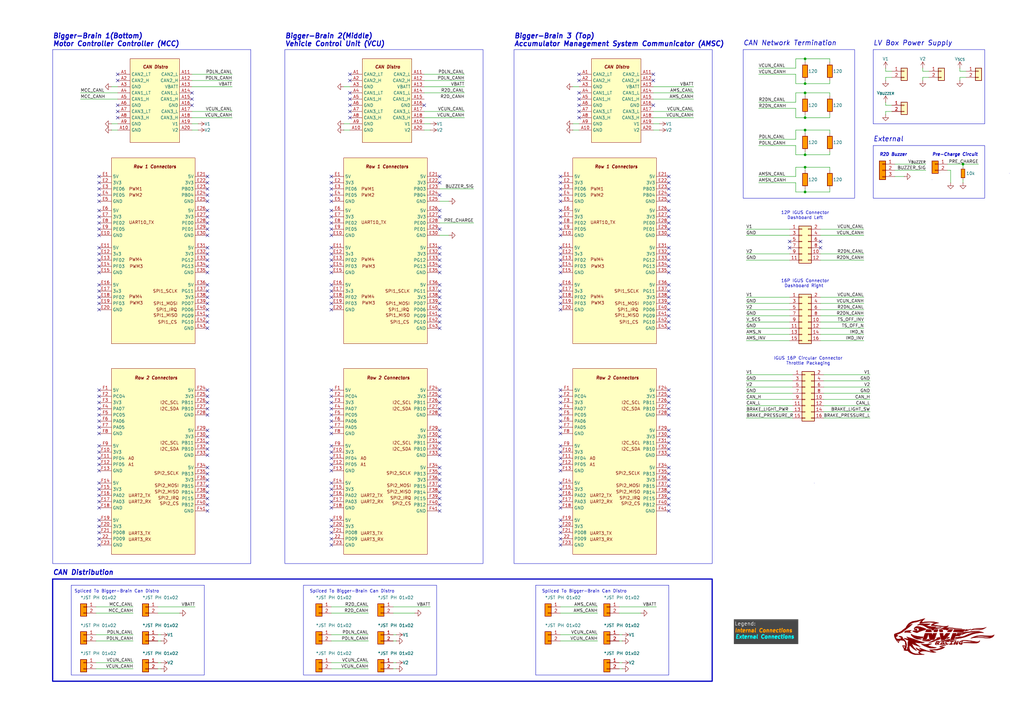
<source format=kicad_sch>
(kicad_sch (version 20231120) (generator "eeschema") (generator_version "8.0")
  (paper "A3")
  (title_block (title "NVF2 LV Enclosure Packaging") (date "2024-03-06") (rev "1") (company "Min Xuan"))
  (lib_symbols
    (symbol "Bigger-Brain_1"
      (property "Reference" "U" (at -0.254 23.622 0))
      (property "Value" "Bigger Brain" (at -0.254 21.082 0))
      (symbol "Bigger-Brain_1_1_1"
        (text "CAN Distro" (at 0.254 15.748 0) (effects (font (size 1.27 1.27) (bold yes) (italic yes))))
        (pin input line (at -15.24 12.7 0) (length 5.08) (name "CAN2_LT") (number "A1"))
        (pin input line (at -15.24 -10.16 0) (length 5.08) (name "GND") (number "A10"))
        (pin input line (at 15.24 12.7 180) (length 5.08) (name "CAN2_L") (number "A11"))
        (pin input line (at 15.24 10.16 180) (length 5.08) (name "CAN2_H") (number "A12"))
        (pin input line (at 15.24 7.62 180) (length 5.08) (name "VBATT") (number "A13"))
        (pin input line (at 15.24 5.08 180) (length 5.08) (name "CAN1_L") (number "A14"))
        (pin input line (at 15.24 2.54 180) (length 5.08) (name "CAN1_H") (number "A15"))
        (pin input line (at 15.24 0 180) (length 5.08) (name "GND") (number "A16"))
        (pin input line (at 15.24 -2.54 180) (length 5.08) (name "CAN3_L") (number "A17"))
        (pin input line (at 15.24 -5.08 180) (length 5.08) (name "CAN3_H") (number "A18"))
        (pin input line (at 15.24 -7.62 180) (length 5.08) (name "V1") (number "A19"))
        (pin input line (at -15.24 10.16 0) (length 5.08) (name "CAN2_H") (number "A2"))
        (pin input line (at 15.24 -10.16 180) (length 5.08) (name "V1") (number "A20"))
        (pin input line (at -15.24 7.62 0) (length 5.08) (name "GND") (number "A3"))
        (pin input line (at -15.24 5.08 0) (length 5.08) (name "CAN1_LT") (number "A4"))
        (pin input line (at -15.24 2.54 0) (length 5.08) (name "CAN1_H") (number "A5"))
        (pin input line (at -15.24 0 0) (length 5.08) (name "GND") (number "A6"))
        (pin input line (at -15.24 -2.54 0) (length 5.08) (name "CAN3_LT") (number "A7"))
        (pin input line (at -15.24 -5.08 0) (length 5.08) (name "CAN3_H") (number "A8"))
        (pin input line (at -15.24 -7.62 0) (length 5.08) (name "GND") (number "A9"))
      )
      (symbol "Bigger-Brain_1_2_1"
        (text "02x20" (at 0 16.256 0) (effects (font (size 1.27 1.27) (bold yes) (italic yes))))
        (pin input line (at -15.24 13.97 0) (length 5.08) (name "PG07") (number "B1"))
        (pin input line (at 15.24 3.81 180) (length 5.08) (name "PD14") (number "B10"))
        (pin input line (at -15.24 1.27 0) (length 5.08) (name "PD11") (number "B11"))
        (pin input line (at 15.24 1.27 180) (length 5.08) (name "PD12") (number "B12"))
        (pin input line (at -15.24 -1.27 0) (length 5.08) (name "PE14") (number "B13"))
        (pin input line (at 15.24 -1.27 180) (length 5.08) (name "PD10") (number "B14"))
        (pin input line (at -15.24 -3.81 0) (length 5.08) (name "PE12") (number "B15"))
        (pin input line (at 15.24 -3.81 180) (length 5.08) (name "PE13") (number "B16"))
        (pin input line (at -15.24 -6.35 0) (length 5.08) (name "PE10") (number "B17"))
        (pin input line (at 15.24 -6.35 180) (length 5.08) (name "PE11") (number "B18"))
        (pin input line (at -15.24 -8.89 0) (length 5.08) (name "PE08") (number "B19"))
        (pin input line (at 15.24 13.97 180) (length 5.08) (name "PG08") (number "B2"))
        (pin input line (at 15.24 -8.89 180) (length 5.08) (name "PE09") (number "B20"))
        (pin input line (at -15.24 -11.43 0) (length 5.08) (name "PG01") (number "B21"))
        (pin input line (at 15.24 -11.43 180) (length 5.08) (name "PE07") (number "B22"))
        (pin input line (at -15.24 -13.97 0) (length 5.08) (name "PF15") (number "B23"))
        (pin input line (at 15.3282 -13.8531 180) (length 5.08) (name "PG00") (number "B24"))
        (pin input line (at -15.24 -16.51 0) (length 5.08) (name "PF13") (number "B25"))
        (pin input line (at 15.24 -16.51 180) (length 5.08) (name "PF14") (number "B26"))
        (pin input line (at -15.24 -19.05 0) (length 5.08) (name "PB02") (number "B27"))
        (pin input line (at 15.24 -19.05 180) (length 5.08) (name "PF11") (number "B28"))
        (pin input line (at -15.24 -21.59 0) (length 5.08) (name "PB00") (number "B29"))
        (pin input line (at -15.24 11.43 0) (length 5.08) (name "PG05") (number "B3"))
        (pin input line (at 15.24 -21.59 180) (length 5.08) (name "PB01") (number "B30"))
        (pin input line (at -15.24 -24.13 0) (length 5.08) (name "5V") (number "B31"))
        (pin input line (at 15.24 -24.13 180) (length 5.08) (name "5V") (number "B32"))
        (pin input line (at -15.24 -26.67 0) (length 5.08) (name "GND") (number "B33"))
        (pin input line (at 15.24 -26.67 180) (length 5.08) (name "GND") (number "B34"))
        (pin input line (at -15.24 -29.21 0) (length 5.08) (name "3V3") (number "B35"))
        (pin input line (at 15.24 -29.21 180) (length 5.08) (name "3V3") (number "B36"))
        (pin input line (at -15.24 -31.75 0) (length 5.08) (name "GND") (number "B37"))
        (pin input line (at 15.24 -31.75 180) (length 5.08) (name "GND") (number "B38"))
        (pin input line (at -15.24 -34.29 0) (length 5.08) (name "VCC") (number "B39"))
        (pin input line (at 15.24 11.43 180) (length 5.08) (name "PG06") (number "B4"))
        (pin input line (at 15.24 -34.29 180) (length 5.08) (name "VCC") (number "B40"))
        (pin input line (at -15.24 8.89 0) (length 5.08) (name "PG03") (number "B5"))
        (pin input line (at 15.24 8.89 180) (length 5.08) (name "PG04") (number "B6"))
        (pin input line (at -15.24 6.35 0) (length 5.08) (name "PD15") (number "B7"))
        (pin input line (at 15.24 6.35 180) (length 5.08) (name "PG02") (number "B8"))
        (pin input line (at -15.24 3.81 0) (length 5.08) (name "PD13") (number "B9"))
      )
      (symbol "Bigger-Brain_1_3_1"
        (text "Top CAN Distro" (at 0 15.24 0) (effects (font (size 1.27 1.27) (bold yes) (italic yes))))
        (pin input line (at -15.24 11.43 0) (length 5.08) (name "CAN2_L") (number "C1"))
        (pin input line (at 15.24 11.43 180) (length 5.08) (name "CAN2_L") (number "C1"))
        (pin input line (at -15.24 8.89 0) (length 5.08) (name "CAN2_H") (number "C2"))
        (pin input line (at 15.24 8.89 180) (length 5.08) (name "CAN2_H") (number "C2"))
        (pin input line (at -15.24 3.81 0) (length 5.08) (name "CAN1_L") (number "C3"))
        (pin input line (at 15.24 3.81 180) (length 5.08) (name "CAN1_L") (number "C3"))
        (pin input line (at -15.24 1.27 0) (length 5.08) (name "CAN1_H") (number "C4"))
        (pin input line (at 15.24 1.27 180) (length 5.08) (name "CAN1_H") (number "C4"))
        (pin input line (at -15.24 -3.81 0) (length 5.08) (name "CAN3_L") (number "C5"))
        (pin input line (at 15.24 -3.81 180) (length 5.08) (name "CAN3_L") (number "C5"))
        (pin input line (at -15.24 -6.35 0) (length 5.08) (name "CAN3_H") (number "C6"))
        (pin input line (at 15.24 -6.35 180) (length 5.08) (name "CAN3_H") (number "C6"))
      )
      (symbol "Bigger-Brain_1_4_1"
        (text "I2C Distro" (at 0 16.51 0) (effects (font (size 1.27 1.27) (bold yes) (italic yes))))
        (pin input line (at 15.24 -17.78 180) (length 5.08) (name "5V") (number "D1"))
        (pin input line (at 15.24 -2.54 180) (length 5.08) (name "5V") (number "D1"))
        (pin input line (at 15.24 12.7 180) (length 5.08) (name "5V") (number "D1"))
        (pin input line (at 15.24 -20.32 180) (length 5.08) (name "3V3") (number "D2"))
        (pin input line (at 15.24 -5.08 180) (length 5.08) (name "3V3") (number "D2"))
        (pin input line (at 15.24 10.16 180) (length 5.08) (name "3V3") (number "D2"))
        (pin input line (at 15.24 -22.86 180) (length 5.08) (name "I2C5_SCL") (number "D3"))
        (pin input line (at 15.24 -7.62 180) (length 5.08) (name "I2C5_SCL") (number "D3"))
        (pin input line (at 15.24 7.62 180) (length 5.08) (name "I2C5_SCL") (number "D3"))
        (pin input line (at 15.24 -25.4 180) (length 5.08) (name "I2C5_SDA") (number "D4"))
        (pin input line (at 15.24 -10.16 180) (length 5.08) (name "I2C5_SDA") (number "D4"))
        (pin input line (at 15.24 5.08 180) (length 5.08) (name "I2C5_SDA") (number "D4"))
        (pin input line (at 15.24 -27.94 180) (length 5.08) (name "GND") (number "D5"))
        (pin input line (at 15.24 -12.7 180) (length 5.08) (name "GND") (number "D5"))
        (pin input line (at 15.24 2.54 180) (length 5.08) (name "GND") (number "D5"))
      )
      (symbol "Bigger-Brain_1_5_1"
        (text "PWM1\n" (at -10.668 6.35 0) (effects (font (size 1.27 1.27)) (justify left)))
        (text "PWM2\n" (at -10.668 3.81 0) (effects (font (size 1.27 1.27)) (justify left)))
        (text "PWM3\n" (at -10.414 -40.386 0) (effects (font (size 1.27 1.27)) (justify left)))
        (text "PWM3\n" (at -10.414 -25.4 0) (effects (font (size 1.27 1.27)) (justify left)))
        (text "PWM4" (at -10.668 -37.846 0) (effects (font (size 1.27 1.27)) (justify left)))
        (text "PWM4" (at -10.668 -22.606 0) (effects (font (size 1.27 1.27)) (justify left)))
        (text "Row 1 Connectors" (at 0 15.494 0) (effects (font (size 1.27 1.27) (bold yes) (italic yes))))
        (text "SPI1_CS\n" (at 9.144 -48.26 0) (effects (font (size 1.27 1.27)) (justify right)))
        (text "SPI1_IRQ" (at 9.144 -43.18 0) (effects (font (size 1.27 1.27)) (justify right)))
        (text "SPI1_MISO\n" (at 9.398 -45.466 0) (effects (font (size 1.27 1.27)) (justify right)))
        (text "SPI1_MOSI\n" (at 9.398 -40.64 0) (effects (font (size 1.27 1.27)) (justify right)))
        (text "SPI1_SCLK\n" (at 9.398 -35.56 0) (effects (font (size 1.27 1.27)) (justify right)))
        (text "UART10_TX" (at -10.668 -7.366 0) (effects (font (size 1.27 1.27)) (justify left)))
        (pin input line (at -22.86 11.43 0) (length 5.08) (name "5V") (number "E1"))
        (pin input line (at -22.86 -12.7 0) (length 5.08) (name "GND") (number "E10"))
        (pin input line (at -22.86 -17.78 0) (length 5.08) (name "5V") (number "E11"))
        (pin input line (at -22.86 -20.32 0) (length 5.08) (name "3v3") (number "E12"))
        (pin input line (at -22.86 -22.86 0) (length 5.08) (name "PF02") (number "E13"))
        (pin input line (at -22.86 -25.4 0) (length 5.08) (name "PF03") (number "E14"))
        (pin input line (at -22.86 -27.94 0) (length 5.08) (name "GND") (number "E15"))
        (pin input line (at -22.86 -33.02 0) (length 5.08) (name "5V") (number "E16"))
        (pin input line (at -22.86 -35.56 0) (length 5.08) (name "3v3") (number "E17"))
        (pin input line (at -22.86 -38.1 0) (length 5.08) (name "PF02") (number "E18"))
        (pin input line (at -22.86 -40.64 0) (length 5.08) (name "PF03") (number "E19"))
        (pin input line (at -22.86 8.89 0) (length 5.08) (name "3V3") (number "E2"))
        (pin input line (at -22.86 -43.18 0) (length 5.08) (name "GND") (number "E20"))
        (pin input line (at 21.59 11.43 180) (length 5.08) (name "5V") (number "E21"))
        (pin input line (at 21.59 8.89 180) (length 5.08) (name "3V3") (number "E22"))
        (pin input line (at 21.59 6.35 180) (length 5.08) (name "PB03") (number "E23"))
        (pin input line (at 21.59 3.81 180) (length 5.08) (name "PB04") (number "E24"))
        (pin input line (at 21.59 1.27 180) (length 5.08) (name "GND") (number "E25"))
        (pin input line (at 21.59 -2.54 180) (length 5.08) (name "5V") (number "E26"))
        (pin input line (at 21.59 -5.08 180) (length 5.08) (name "3V3") (number "E27"))
        (pin input line (at 21.59 -7.62 180) (length 5.08) (name "PE00") (number "E28"))
        (pin input line (at 21.59 -10.16 180) (length 5.08) (name "PE01") (number "E29"))
        (pin input line (at -22.86 6.35 0) (length 5.08) (name "PE06") (number "E3"))
        (pin input line (at 21.59 -12.7 180) (length 5.08) (name "GND") (number "E30"))
        (pin input line (at 21.59 -17.78 180) (length 5.08) (name "5V") (number "E31"))
        (pin input line (at 21.59 -20.32 180) (length 5.08) (name "3V3") (number "E32"))
        (pin input line (at 21.59 -22.86 180) (length 5.08) (name "PG12") (number "E33"))
        (pin input line (at 21.59 -25.4 180) (length 5.08) (name "PG13") (number "E34"))
        (pin input line (at 21.59 -27.94 180) (length 5.08) (name "GND") (number "E35"))
        (pin input line (at 21.59 -33.02 180) (length 5.08) (name "5V") (number "E36"))
        (pin input line (at 21.59 -35.56 180) (length 5.08) (name "PG11") (number "E37"))
        (pin input line (at 21.59 -38.1 180) (length 5.08) (name "3V3") (number "E38"))
        (pin input line (at 21.59 -40.64 180) (length 5.08) (name "PD07") (number "E39"))
        (pin input line (at -22.86 3.81 0) (length 5.08) (name "PE05") (number "E4"))
        (pin input line (at 21.59 -43.18 180) (length 5.08) (name "PD06") (number "E40"))
        (pin input line (at 21.59 -45.72 180) (length 5.08) (name "PG09") (number "E41"))
        (pin input line (at 21.59 -48.26 180) (length 5.08) (name "PG10") (number "E42"))
        (pin input line (at 21.59 -50.8 180) (length 5.08) (name "GND") (number "E43"))
        (pin input line (at -22.86 1.27 0) (length 5.08) (name "GND") (number "E5"))
        (pin input line (at -22.86 -2.54 0) (length 5.08) (name "5V") (number "E6"))
        (pin input line (at -22.86 -5.08 0) (length 5.08) (name "3V3") (number "E7"))
        (pin input line (at -22.86 -7.62 0) (length 5.08) (name "PE02") (number "E8"))
        (pin input line (at -22.86 -10.16 0) (length 5.08) (name "PE05") (number "E9"))
      )
      (symbol "Bigger-Brain_1_6_1"
        (text "A0" (at -9.652 -17.78 0) (effects (font (size 1.27 1.27)) (justify left)))
        (text "A1\n" (at -9.652 -20.32 0) (effects (font (size 1.27 1.27)) (justify left)))
        (text "I2C_SCL" (at 11.176 -11.43 0) (effects (font (size 1.27 1.27)) (justify right)))
        (text "I2C_SCL" (at 11.176 5.08 0) (effects (font (size 1.27 1.27)) (justify right)))
        (text "I2C_SDA\n" (at 11.176 -13.97 0) (effects (font (size 1.27 1.27)) (justify right)))
        (text "I2C_SDA\n" (at 11.176 2.54 0) (effects (font (size 1.27 1.27)) (justify right)))
        (text "Row 2 Connectors" (at 1.778 15.24 0) (effects (font (size 1.27 1.27) (bold yes) (italic yes))))
        (text "SPI2_CS" (at 11.176 -36.322 0) (effects (font (size 1.27 1.27)) (justify right)))
        (text "SPI2_IRQ" (at 11.176 -34.036 0) (effects (font (size 1.27 1.27)) (justify right)))
        (text "SPI2_MISO\n" (at 11.176 -31.496 0) (effects (font (size 1.27 1.27)) (justify right)))
        (text "SPI2_MOSI\n\n" (at 11.176 -29.972 0) (effects (font (size 1.27 1.27)) (justify right)))
        (text "SPI2_SCLK\n" (at 11.176 -23.876 0) (effects (font (size 1.27 1.27)) (justify right)))
        (text "UART2_RX" (at -9.652 -35.56 0) (effects (font (size 1.27 1.27)) (justify left)))
        (text "UART2_TX\n" (at -9.652 -33.02 0) (effects (font (size 1.27 1.27)) (justify left)))
        (text "UART3_RX" (at -9.652 -51.054 0) (effects (font (size 1.27 1.27)) (justify left)))
        (text "UART3_TX\n" (at -9.652 -48.514 0) (effects (font (size 1.27 1.27)) (justify left)))
        (pin input line (at -21.59 -50.8 0) (length 5.08) (name "PD09") (number "22"))
        (pin input line (at -21.59 10.16 0) (length 5.08) (name "5V") (number "F1"))
        (pin input line (at -21.59 -15.24 0) (length 5.08) (name "3V3") (number "F10"))
        (pin input line (at -21.59 -17.78 0) (length 5.08) (name "PF04") (number "F11"))
        (pin input line (at -21.59 -20.32 0) (length 5.08) (name "PF05") (number "F12"))
        (pin input line (at -21.59 -22.86 0) (length 5.08) (name "GND") (number "F13"))
        (pin input line (at -21.59 -27.94 0) (length 5.08) (name "5V") (number "F14"))
        (pin input line (at -21.59 -30.48 0) (length 5.08) (name "3V3") (number "F15"))
        (pin input line (at -21.59 -33.02 0) (length 5.08) (name "PA02") (number "F16"))
        (pin input line (at -21.59 -35.56 0) (length 5.08) (name "PA03") (number "F17"))
        (pin input line (at -21.59 -38.1 0) (length 5.08) (name "GND") (number "F18"))
        (pin input line (at -21.59 -43.18 0) (length 5.08) (name "5V") (number "F19"))
        (pin input line (at -21.59 7.62 0) (length 5.08) (name "PC04") (number "F2"))
        (pin input line (at -21.59 -45.72 0) (length 5.08) (name "3V3") (number "F20"))
        (pin input line (at -21.59 -48.26 0) (length 5.08) (name "PD08") (number "F21"))
        (pin input line (at -21.59 -53.34 0) (length 5.08) (name "GND") (number "F23"))
        (pin input line (at 22.86 10.16 180) (length 5.08) (name "5V") (number "F24"))
        (pin input line (at 22.86 7.62 180) (length 5.08) (name "3V3") (number "F25"))
        (pin input line (at 22.86 5.08 180) (length 5.08) (name "PB11") (number "F26"))
        (pin input line (at 22.86 2.54 180) (length 5.08) (name "PB10") (number "F27"))
        (pin input line (at 22.86 0 180) (length 5.08) (name "GND") (number "F28"))
        (pin input line (at 22.86 -6.35 180) (length 5.08) (name "5V") (number "F29"))
        (pin input line (at -21.59 5.08 0) (length 5.08) (name "3V3") (number "F3"))
        (pin input line (at 22.86 -8.89 180) (length 5.08) (name "3V3") (number "F30"))
        (pin input line (at 22.86 -11.43 180) (length 5.08) (name "PB11") (number "F31"))
        (pin input line (at 22.86 -13.97 180) (length 5.08) (name "PB10") (number "F32"))
        (pin input line (at 22.86 -16.51 180) (length 5.08) (name "GND") (number "F33"))
        (pin input line (at 22.86 -21.59 180) (length 5.08) (name "5V") (number "F34"))
        (pin input line (at 22.86 -24.13 180) (length 5.08) (name "PB13") (number "F35"))
        (pin input line (at 22.86 -26.67 180) (length 5.08) (name "3V3") (number "F36"))
        (pin input line (at 22.86 -29.21 180) (length 5.08) (name "PB15") (number "F37"))
        (pin input line (at 22.86 -31.75 180) (length 5.08) (name "PB14") (number "F38"))
        (pin input line (at 22.86 -34.29 180) (length 5.08) (name "PE15") (number "F39"))
        (pin input line (at -21.59 2.54 0) (length 5.08) (name "PA07") (number "F4"))
        (pin input line (at 22.86 -36.83 180) (length 5.08) (name "PB12") (number "F40"))
        (pin input line (at 22.86 -39.37 180) (length 5.08) (name "GND") (number "F41"))
        (pin input line (at -21.59 0 0) (length 5.08) (name "PC05") (number "F5"))
        (pin input line (at -21.59 -2.54 0) (length 5.08) (name "PA06") (number "F6"))
        (pin input line (at -21.59 -5.08 0) (length 5.08) (name "PA05") (number "F7"))
        (pin input line (at -21.59 -7.62 0) (length 5.08) (name "GND") (number "F8"))
        (pin input line (at -21.59 -12.7 0) (length 5.08) (name "5V") (number "F9"))
      )
    )
    (symbol "Bigger-Brain_2"
      (property "Reference" "U" (at -0.254 23.622 0))
      (property "Value" "Bigger Brain" (at -0.254 21.082 0))
      (symbol "Bigger-Brain_2_1_1"
        (text "CAN Distro" (at 0.254 15.748 0) (effects (font (size 1.27 1.27) (bold yes) (italic yes))))
        (pin input line (at -15.24 12.7 0) (length 5.08) (name "CAN2_LT") (number "A1"))
        (pin input line (at -15.24 -10.16 0) (length 5.08) (name "GND") (number "A10"))
        (pin input line (at 15.24 12.7 180) (length 5.08) (name "CAN2_L") (number "A11"))
        (pin input line (at 15.24 10.16 180) (length 5.08) (name "CAN2_H") (number "A12"))
        (pin input line (at 15.24 7.62 180) (length 5.08) (name "VBATT") (number "A13"))
        (pin input line (at 15.24 5.08 180) (length 5.08) (name "CAN1_L") (number "A14"))
        (pin input line (at 15.24 2.54 180) (length 5.08) (name "CAN1_H") (number "A15"))
        (pin input line (at 15.24 0 180) (length 5.08) (name "GND") (number "A16"))
        (pin input line (at 15.24 -2.54 180) (length 5.08) (name "CAN3_L") (number "A17"))
        (pin input line (at 15.24 -5.08 180) (length 5.08) (name "CAN3_H") (number "A18"))
        (pin input line (at 15.24 -7.62 180) (length 5.08) (name "V1") (number "A19"))
        (pin input line (at -15.24 10.16 0) (length 5.08) (name "CAN2_H") (number "A2"))
        (pin input line (at 15.24 -10.16 180) (length 5.08) (name "V2") (number "A20"))
        (pin input line (at -15.24 7.62 0) (length 5.08) (name "GND") (number "A3"))
        (pin input line (at -15.24 5.08 0) (length 5.08) (name "CAN1_LT") (number "A4"))
        (pin input line (at -15.24 2.54 0) (length 5.08) (name "CAN1_H") (number "A5"))
        (pin input line (at -15.24 0 0) (length 5.08) (name "GND") (number "A6"))
        (pin input line (at -15.24 -2.54 0) (length 5.08) (name "CAN3_LT") (number "A7"))
        (pin input line (at -15.24 -5.08 0) (length 5.08) (name "CAN3_H") (number "A8"))
        (pin input line (at -15.24 -7.62 0) (length 5.08) (name "GND") (number "A9"))
      )
      (symbol "Bigger-Brain_2_2_1"
        (text "02x20" (at 0 16.256 0) (effects (font (size 1.27 1.27) (bold yes) (italic yes))))
        (pin input line (at -15.24 13.97 0) (length 5.08) (name "PG07") (number "B1"))
        (pin input line (at 15.24 3.81 180) (length 5.08) (name "PD14") (number "B10"))
        (pin input line (at -15.24 1.27 0) (length 5.08) (name "PD11") (number "B11"))
        (pin input line (at 15.24 1.27 180) (length 5.08) (name "PD12") (number "B12"))
        (pin input line (at -15.24 -1.27 0) (length 5.08) (name "PE14") (number "B13"))
        (pin input line (at 15.24 -1.27 180) (length 5.08) (name "PD10") (number "B14"))
        (pin input line (at -15.24 -3.81 0) (length 5.08) (name "PE12") (number "B15"))
        (pin input line (at 15.24 -3.81 180) (length 5.08) (name "PE13") (number "B16"))
        (pin input line (at -15.24 -6.35 0) (length 5.08) (name "PE10") (number "B17"))
        (pin input line (at 15.24 -6.35 180) (length 5.08) (name "PE11") (number "B18"))
        (pin input line (at -15.24 -8.89 0) (length 5.08) (name "PE08") (number "B19"))
        (pin input line (at 15.24 13.97 180) (length 5.08) (name "PG08") (number "B2"))
        (pin input line (at 15.24 -8.89 180) (length 5.08) (name "PE09") (number "B20"))
        (pin input line (at -15.24 -11.43 0) (length 5.08) (name "PG01") (number "B21"))
        (pin input line (at 15.24 -11.43 180) (length 5.08) (name "PE07") (number "B22"))
        (pin input line (at -15.24 -13.97 0) (length 5.08) (name "PF15") (number "B23"))
        (pin input line (at 15.3282 -13.8531 180) (length 5.08) (name "PG00") (number "B24"))
        (pin input line (at -15.24 -16.51 0) (length 5.08) (name "PF13") (number "B25"))
        (pin input line (at 15.24 -16.51 180) (length 5.08) (name "PF14") (number "B26"))
        (pin input line (at -15.24 -19.05 0) (length 5.08) (name "PB02") (number "B27"))
        (pin input line (at 15.24 -19.05 180) (length 5.08) (name "PF11") (number "B28"))
        (pin input line (at -15.24 -21.59 0) (length 5.08) (name "PB00") (number "B29"))
        (pin input line (at -15.24 11.43 0) (length 5.08) (name "PG05") (number "B3"))
        (pin input line (at 15.24 -21.59 180) (length 5.08) (name "PB01") (number "B30"))
        (pin input line (at -15.24 -24.13 0) (length 5.08) (name "5V") (number "B31"))
        (pin input line (at 15.24 -24.13 180) (length 5.08) (name "5V") (number "B32"))
        (pin input line (at -15.24 -26.67 0) (length 5.08) (name "GND") (number "B33"))
        (pin input line (at 15.24 -26.67 180) (length 5.08) (name "GND") (number "B34"))
        (pin input line (at -15.24 -29.21 0) (length 5.08) (name "3V3") (number "B35"))
        (pin input line (at 15.24 -29.21 180) (length 5.08) (name "3V3") (number "B36"))
        (pin input line (at -15.24 -31.75 0) (length 5.08) (name "GND") (number "B37"))
        (pin input line (at 15.24 -31.75 180) (length 5.08) (name "GND") (number "B38"))
        (pin input line (at -15.24 -34.29 0) (length 5.08) (name "VCC") (number "B39"))
        (pin input line (at 15.24 11.43 180) (length 5.08) (name "PG06") (number "B4"))
        (pin input line (at 15.24 -34.29 180) (length 5.08) (name "VCC") (number "B40"))
        (pin input line (at -15.24 8.89 0) (length 5.08) (name "PG03") (number "B5"))
        (pin input line (at 15.24 8.89 180) (length 5.08) (name "PG04") (number "B6"))
        (pin input line (at -15.24 6.35 0) (length 5.08) (name "PD15") (number "B7"))
        (pin input line (at 15.24 6.35 180) (length 5.08) (name "PG02") (number "B8"))
        (pin input line (at -15.24 3.81 0) (length 5.08) (name "PD13") (number "B9"))
      )
      (symbol "Bigger-Brain_2_3_1"
        (text "Top CAN Distro" (at 0 15.24 0) (effects (font (size 1.27 1.27) (bold yes) (italic yes))))
        (pin input line (at -15.24 11.43 0) (length 5.08) (name "CAN2_L") (number "C1"))
        (pin input line (at 15.24 11.43 180) (length 5.08) (name "CAN2_L") (number "C1"))
        (pin input line (at -15.24 8.89 0) (length 5.08) (name "CAN2_H") (number "C2"))
        (pin input line (at 15.24 8.89 180) (length 5.08) (name "CAN2_H") (number "C2"))
        (pin input line (at -15.24 3.81 0) (length 5.08) (name "CAN1_L") (number "C3"))
        (pin input line (at 15.24 3.81 180) (length 5.08) (name "CAN1_L") (number "C3"))
        (pin input line (at -15.24 1.27 0) (length 5.08) (name "CAN1_H") (number "C4"))
        (pin input line (at 15.24 1.27 180) (length 5.08) (name "CAN1_H") (number "C4"))
        (pin input line (at -15.24 -3.81 0) (length 5.08) (name "CAN3_L") (number "C5"))
        (pin input line (at 15.24 -3.81 180) (length 5.08) (name "CAN3_L") (number "C5"))
        (pin input line (at -15.24 -6.35 0) (length 5.08) (name "CAN3_H") (number "C6"))
        (pin input line (at 15.24 -6.35 180) (length 5.08) (name "CAN3_H") (number "C6"))
      )
      (symbol "Bigger-Brain_2_4_1"
        (text "I2C Distro" (at 0 16.51 0) (effects (font (size 1.27 1.27) (bold yes) (italic yes))))
        (pin input line (at 15.24 -17.78 180) (length 5.08) (name "5V") (number "D1"))
        (pin input line (at 15.24 -2.54 180) (length 5.08) (name "5V") (number "D1"))
        (pin input line (at 15.24 12.7 180) (length 5.08) (name "5V") (number "D1"))
        (pin input line (at 15.24 -20.32 180) (length 5.08) (name "3V3") (number "D2"))
        (pin input line (at 15.24 -5.08 180) (length 5.08) (name "3V3") (number "D2"))
        (pin input line (at 15.24 10.16 180) (length 5.08) (name "3V3") (number "D2"))
        (pin input line (at 15.24 -22.86 180) (length 5.08) (name "I2C5_SCL") (number "D3"))
        (pin input line (at 15.24 -7.62 180) (length 5.08) (name "I2C5_SCL") (number "D3"))
        (pin input line (at 15.24 7.62 180) (length 5.08) (name "I2C5_SCL") (number "D3"))
        (pin input line (at 15.24 -25.4 180) (length 5.08) (name "I2C5_SDA") (number "D4"))
        (pin input line (at 15.24 -10.16 180) (length 5.08) (name "I2C5_SDA") (number "D4"))
        (pin input line (at 15.24 5.08 180) (length 5.08) (name "I2C5_SDA") (number "D4"))
        (pin input line (at 15.24 -27.94 180) (length 5.08) (name "GND") (number "D5"))
        (pin input line (at 15.24 -12.7 180) (length 5.08) (name "GND") (number "D5"))
        (pin input line (at 15.24 2.54 180) (length 5.08) (name "GND") (number "D5"))
      )
      (symbol "Bigger-Brain_2_5_1"
        (text "PWM1\n" (at -10.668 6.35 0) (effects (font (size 1.27 1.27)) (justify left)))
        (text "PWM2\n" (at -10.668 3.81 0) (effects (font (size 1.27 1.27)) (justify left)))
        (text "PWM3\n" (at -10.414 -40.386 0) (effects (font (size 1.27 1.27)) (justify left)))
        (text "PWM3\n" (at -10.414 -25.4 0) (effects (font (size 1.27 1.27)) (justify left)))
        (text "PWM4" (at -10.668 -37.846 0) (effects (font (size 1.27 1.27)) (justify left)))
        (text "PWM4" (at -10.668 -22.606 0) (effects (font (size 1.27 1.27)) (justify left)))
        (text "Row 1 Connectors" (at 0 15.494 0) (effects (font (size 1.27 1.27) (bold yes) (italic yes))))
        (text "SPI1_CS\n" (at 9.144 -48.26 0) (effects (font (size 1.27 1.27)) (justify right)))
        (text "SPI1_IRQ" (at 9.144 -43.18 0) (effects (font (size 1.27 1.27)) (justify right)))
        (text "SPI1_MISO\n" (at 9.398 -45.466 0) (effects (font (size 1.27 1.27)) (justify right)))
        (text "SPI1_MOSI\n" (at 9.398 -40.64 0) (effects (font (size 1.27 1.27)) (justify right)))
        (text "SPI1_SCLK\n" (at 9.398 -35.56 0) (effects (font (size 1.27 1.27)) (justify right)))
        (text "UART10_TX" (at -10.668 -7.366 0) (effects (font (size 1.27 1.27)) (justify left)))
        (pin input line (at -22.86 11.43 0) (length 5.08) (name "5V") (number "E1"))
        (pin input line (at -22.86 -12.7 0) (length 5.08) (name "GND") (number "E10"))
        (pin input line (at -22.86 -17.78 0) (length 5.08) (name "5V") (number "E11"))
        (pin input line (at -22.86 -20.32 0) (length 5.08) (name "3v3") (number "E12"))
        (pin input line (at -22.86 -22.86 0) (length 5.08) (name "PF02") (number "E13"))
        (pin input line (at -22.86 -25.4 0) (length 5.08) (name "PF03") (number "E14"))
        (pin input line (at -22.86 -27.94 0) (length 5.08) (name "GND") (number "E15"))
        (pin input line (at -22.86 -33.02 0) (length 5.08) (name "5V") (number "E16"))
        (pin input line (at -22.86 -35.56 0) (length 5.08) (name "3v3") (number "E17"))
        (pin input line (at -22.86 -38.1 0) (length 5.08) (name "PF02") (number "E18"))
        (pin input line (at -22.86 -40.64 0) (length 5.08) (name "PF03") (number "E19"))
        (pin input line (at -22.86 8.89 0) (length 5.08) (name "3V3") (number "E2"))
        (pin input line (at -22.86 -43.18 0) (length 5.08) (name "GND") (number "E20"))
        (pin input line (at 21.59 11.43 180) (length 5.08) (name "5V") (number "E21"))
        (pin input line (at 21.59 8.89 180) (length 5.08) (name "3V3") (number "E22"))
        (pin input line (at 21.59 6.35 180) (length 5.08) (name "PB03") (number "E23"))
        (pin input line (at 21.59 3.81 180) (length 5.08) (name "PB04") (number "E24"))
        (pin input line (at 21.59 1.27 180) (length 5.08) (name "GND") (number "E25"))
        (pin input line (at 21.59 -2.54 180) (length 5.08) (name "5V") (number "E26"))
        (pin input line (at 21.59 -5.08 180) (length 5.08) (name "3V3") (number "E27"))
        (pin input line (at 21.59 -7.62 180) (length 5.08) (name "PE00") (number "E28"))
        (pin input line (at 21.59 -10.16 180) (length 5.08) (name "PE01") (number "E29"))
        (pin input line (at -22.86 6.35 0) (length 5.08) (name "PE06") (number "E3"))
        (pin input line (at 21.59 -12.7 180) (length 5.08) (name "GND") (number "E30"))
        (pin input line (at 21.59 -17.78 180) (length 5.08) (name "5V") (number "E31"))
        (pin input line (at 21.59 -20.32 180) (length 5.08) (name "3V3") (number "E32"))
        (pin input line (at 21.59 -22.86 180) (length 5.08) (name "PG12") (number "E33"))
        (pin input line (at 21.59 -25.4 180) (length 5.08) (name "PG13") (number "E34"))
        (pin input line (at 21.59 -27.94 180) (length 5.08) (name "GND") (number "E35"))
        (pin input line (at 21.59 -33.02 180) (length 5.08) (name "5V") (number "E36"))
        (pin input line (at 21.59 -35.56 180) (length 5.08) (name "PG11") (number "E37"))
        (pin input line (at 21.59 -38.1 180) (length 5.08) (name "3V3") (number "E38"))
        (pin input line (at 21.59 -40.64 180) (length 5.08) (name "PD07") (number "E39"))
        (pin input line (at -22.86 3.81 0) (length 5.08) (name "PE05") (number "E4"))
        (pin input line (at 21.59 -43.18 180) (length 5.08) (name "PD06") (number "E40"))
        (pin input line (at 21.59 -45.72 180) (length 5.08) (name "PG09") (number "E41"))
        (pin input line (at 21.59 -48.26 180) (length 5.08) (name "PG10") (number "E42"))
        (pin input line (at 21.59 -50.8 180) (length 5.08) (name "GND") (number "E43"))
        (pin input line (at -22.86 1.27 0) (length 5.08) (name "GND") (number "E5"))
        (pin input line (at -22.86 -2.54 0) (length 5.08) (name "5V") (number "E6"))
        (pin input line (at -22.86 -5.08 0) (length 5.08) (name "3V3") (number "E7"))
        (pin input line (at -22.86 -7.62 0) (length 5.08) (name "PE02") (number "E8"))
        (pin input line (at -22.86 -10.16 0) (length 5.08) (name "PE05") (number "E9"))
      )
      (symbol "Bigger-Brain_2_6_1"
        (text "A0" (at -9.652 -17.78 0) (effects (font (size 1.27 1.27)) (justify left)))
        (text "A1\n" (at -9.652 -20.32 0) (effects (font (size 1.27 1.27)) (justify left)))
        (text "I2C_SCL" (at 11.176 -11.43 0) (effects (font (size 1.27 1.27)) (justify right)))
        (text "I2C_SCL" (at 11.176 5.08 0) (effects (font (size 1.27 1.27)) (justify right)))
        (text "I2C_SDA\n" (at 11.176 -13.97 0) (effects (font (size 1.27 1.27)) (justify right)))
        (text "I2C_SDA\n" (at 11.176 2.54 0) (effects (font (size 1.27 1.27)) (justify right)))
        (text "Row 2 Connectors" (at 1.778 15.24 0) (effects (font (size 1.27 1.27) (bold yes) (italic yes))))
        (text "SPI2_CS" (at 11.176 -36.322 0) (effects (font (size 1.27 1.27)) (justify right)))
        (text "SPI2_IRQ" (at 11.176 -34.036 0) (effects (font (size 1.27 1.27)) (justify right)))
        (text "SPI2_MISO\n" (at 11.176 -31.496 0) (effects (font (size 1.27 1.27)) (justify right)))
        (text "SPI2_MOSI\n\n" (at 11.176 -29.972 0) (effects (font (size 1.27 1.27)) (justify right)))
        (text "SPI2_SCLK\n" (at 11.176 -23.876 0) (effects (font (size 1.27 1.27)) (justify right)))
        (text "UART2_RX" (at -9.652 -35.56 0) (effects (font (size 1.27 1.27)) (justify left)))
        (text "UART2_TX\n" (at -9.652 -33.02 0) (effects (font (size 1.27 1.27)) (justify left)))
        (text "UART3_RX" (at -9.652 -51.054 0) (effects (font (size 1.27 1.27)) (justify left)))
        (text "UART3_TX\n" (at -9.652 -48.514 0) (effects (font (size 1.27 1.27)) (justify left)))
        (pin input line (at -21.59 -50.8 0) (length 5.08) (name "PD09") (number "22"))
        (pin input line (at -21.59 10.16 0) (length 5.08) (name "5V") (number "F1"))
        (pin input line (at -21.59 -15.24 0) (length 5.08) (name "3V3") (number "F10"))
        (pin input line (at -21.59 -17.78 0) (length 5.08) (name "PF04") (number "F11"))
        (pin input line (at -21.59 -20.32 0) (length 5.08) (name "PF05") (number "F12"))
        (pin input line (at -21.59 -22.86 0) (length 5.08) (name "GND") (number "F13"))
        (pin input line (at -21.59 -27.94 0) (length 5.08) (name "5V") (number "F14"))
        (pin input line (at -21.59 -30.48 0) (length 5.08) (name "3V3") (number "F15"))
        (pin input line (at -21.59 -33.02 0) (length 5.08) (name "PA02") (number "F16"))
        (pin input line (at -21.59 -35.56 0) (length 5.08) (name "PA03") (number "F17"))
        (pin input line (at -21.59 -38.1 0) (length 5.08) (name "GND") (number "F18"))
        (pin input line (at -21.59 -43.18 0) (length 5.08) (name "5V") (number "F19"))
        (pin input line (at -21.59 7.62 0) (length 5.08) (name "PC04") (number "F2"))
        (pin input line (at -21.59 -45.72 0) (length 5.08) (name "3V3") (number "F20"))
        (pin input line (at -21.59 -48.26 0) (length 5.08) (name "PD08") (number "F21"))
        (pin input line (at -21.59 -53.34 0) (length 5.08) (name "GND") (number "F23"))
        (pin input line (at 22.86 10.16 180) (length 5.08) (name "5V") (number "F24"))
        (pin input line (at 22.86 7.62 180) (length 5.08) (name "3V3") (number "F25"))
        (pin input line (at 22.86 5.08 180) (length 5.08) (name "PB11") (number "F26"))
        (pin input line (at 22.86 2.54 180) (length 5.08) (name "PB10") (number "F27"))
        (pin input line (at 22.86 0 180) (length 5.08) (name "GND") (number "F28"))
        (pin input line (at 22.86 -6.35 180) (length 5.08) (name "5V") (number "F29"))
        (pin input line (at -21.59 5.08 0) (length 5.08) (name "3V3") (number "F3"))
        (pin input line (at 22.86 -8.89 180) (length 5.08) (name "3V3") (number "F30"))
        (pin input line (at 22.86 -11.43 180) (length 5.08) (name "PB11") (number "F31"))
        (pin input line (at 22.86 -13.97 180) (length 5.08) (name "PB10") (number "F32"))
        (pin input line (at 22.86 -16.51 180) (length 5.08) (name "GND") (number "F33"))
        (pin input line (at 22.86 -21.59 180) (length 5.08) (name "5V") (number "F34"))
        (pin input line (at 22.86 -24.13 180) (length 5.08) (name "PB13") (number "F35"))
        (pin input line (at 22.86 -26.67 180) (length 5.08) (name "3V3") (number "F36"))
        (pin input line (at 22.86 -29.21 180) (length 5.08) (name "PB15") (number "F37"))
        (pin input line (at 22.86 -31.75 180) (length 5.08) (name "PB14") (number "F38"))
        (pin input line (at 22.86 -34.29 180) (length 5.08) (name "PE15") (number "F39"))
        (pin input line (at -21.59 2.54 0) (length 5.08) (name "PA07") (number "F4"))
        (pin input line (at 22.86 -36.83 180) (length 5.08) (name "PB12") (number "F40"))
        (pin input line (at 22.86 -39.37 180) (length 5.08) (name "GND") (number "F41"))
        (pin input line (at -21.59 0 0) (length 5.08) (name "PC05") (number "F5"))
        (pin input line (at -21.59 -2.54 0) (length 5.08) (name "PA06") (number "F6"))
        (pin input line (at -21.59 -5.08 0) (length 5.08) (name "PA05") (number "F7"))
        (pin input line (at -21.59 -7.62 0) (length 5.08) (name "GND") (number "F8"))
        (pin input line (at -21.59 -12.7 0) (length 5.08) (name "5V") (number "F9"))
      )
    )
    (symbol "Conn_01x02_1" (pin_names (offset 1.016) hide)
      (property "Reference" "J7" (at 2.54 0.0001 0))
      (property "Value" "Conn_01x02" (at 2.54 -2.5399 0))
      (symbol "Conn_01x02_1_1_1"
        (pin passive line (at -5.08 0 0) (length 3.81) (name "Pin_1") (number "1"))
        (pin passive line (at -5.08 -2.54 0) (length 3.81) (name "Pin_2") (number "2"))
      )
    )
    (symbol "Conn_01x02_2" (pin_names (offset 1.016) hide)
      (symbol "Conn_01x02_2_1_1"
        (pin passive line (at -5.08 0 0) (length 3.81) (name "Pin_1") (number "1"))
        (pin passive line (at -5.08 -2.54 0) (length 3.81) (name "Pin_2") (number "2"))
        (pin passive line (at -5.08 -5.08 0) (length 3.81) (name "Pin_2") (number "3"))
      )
    )
    (symbol "Connector_Generic:Conn_01x02" (pin_names (offset 1.016) hide)
      (property "Reference" "J" (at 0 2.54 0))
      (property "Value" "Conn_01x02" (at 0 -5.08 0))
      (symbol "Conn_01x02_1_1"
        (pin passive line (at -5.08 0 0) (length 3.81) (name "Pin_1") (number "1"))
        (pin passive line (at -5.08 -2.54 0) (length 3.81) (name "Pin_2") (number "2"))
      )
    )
    (symbol "Connector_Generic:Conn_02x06_Odd_Even" (pin_names (offset 1.016) hide)
      (property "Reference" "J" (at 1.27 7.62 0))
      (property "Value" "Conn_02x06_Odd_Even" (at 1.27 -10.16 0))
      (symbol "Conn_02x06_Odd_Even_1_1"
        (pin passive line (at -5.08 5.08 0) (length 3.81) (name "Pin_1") (number "1"))
        (pin passive line (at 7.62 -5.08 180) (length 3.81) (name "Pin_10") (number "10"))
        (pin passive line (at -5.08 -7.62 0) (length 3.81) (name "Pin_11") (number "11"))
        (pin passive line (at 7.62 -7.62 180) (length 3.81) (name "Pin_12") (number "12"))
        (pin passive line (at 7.62 5.08 180) (length 3.81) (name "Pin_2") (number "2"))
        (pin passive line (at -5.08 2.54 0) (length 3.81) (name "Pin_3") (number "3"))
        (pin passive line (at 7.62 2.54 180) (length 3.81) (name "Pin_4") (number "4"))
        (pin passive line (at -5.08 0 0) (length 3.81) (name "Pin_5") (number "5"))
        (pin passive line (at 7.62 0 180) (length 3.81) (name "Pin_6") (number "6"))
        (pin passive line (at -5.08 -2.54 0) (length 3.81) (name "Pin_7") (number "7"))
        (pin passive line (at 7.62 -2.54 180) (length 3.81) (name "Pin_8") (number "8"))
        (pin passive line (at -5.08 -5.08 0) (length 3.81) (name "Pin_9") (number "9"))
      )
    )
    (symbol "Connector_Generic:Conn_02x08_Odd_Even" (pin_names (offset 1.016) hide)
      (property "Reference" "J" (at 1.27 10.16 0))
      (property "Value" "Conn_02x08_Odd_Even" (at 1.27 -12.7 0))
      (symbol "Conn_02x08_Odd_Even_1_1"
        (pin passive line (at -5.08 7.62 0) (length 3.81) (name "Pin_1") (number "1"))
        (pin passive line (at 7.62 -2.54 180) (length 3.81) (name "Pin_10") (number "10"))
        (pin passive line (at -5.08 -5.08 0) (length 3.81) (name "Pin_11") (number "11"))
        (pin passive line (at 7.62 -5.08 180) (length 3.81) (name "Pin_12") (number "12"))
        (pin passive line (at -5.08 -7.62 0) (length 3.81) (name "Pin_13") (number "13"))
        (pin passive line (at 7.62 -7.62 180) (length 3.81) (name "Pin_14") (number "14"))
        (pin passive line (at -5.08 -10.16 0) (length 3.81) (name "Pin_15") (number "15"))
        (pin passive line (at 7.62 -10.16 180) (length 3.81) (name "Pin_16") (number "16"))
        (pin passive line (at 7.62 7.62 180) (length 3.81) (name "Pin_2") (number "2"))
        (pin passive line (at -5.08 5.08 0) (length 3.81) (name "Pin_3") (number "3"))
        (pin passive line (at 7.62 5.08 180) (length 3.81) (name "Pin_4") (number "4"))
        (pin passive line (at -5.08 2.54 0) (length 3.81) (name "Pin_5") (number "5"))
        (pin passive line (at 7.62 2.54 180) (length 3.81) (name "Pin_6") (number "6"))
        (pin passive line (at -5.08 0 0) (length 3.81) (name "Pin_7") (number "7"))
        (pin passive line (at 7.62 0 180) (length 3.81) (name "Pin_8") (number "8"))
        (pin passive line (at -5.08 -2.54 0) (length 3.81) (name "Pin_9") (number "9"))
      )
    )
    (symbol "Device:R_Small" (pin_numbers hide) (pin_names (offset 0.254) hide)
      (property "Value" "10k" (at 1.27 0 0))
      (symbol "R_Small_1_1"
        (pin passive line (at 0 2.54 270) (length 0.762) (name "~") (number "1"))
        (pin passive line (at 0 -2.54 90) (length 0.762) (name "~") (number "2"))
      )
    )
    (symbol "NVF-Logo:LOGO" (pin_names (offset 1.016)))
    (symbol "NVF_OwnParts:Bigger-Brain"
      (property "Reference" "U" (at -0.254 23.622 0))
      (property "Value" "Bigger Brain" (at -0.254 21.082 0))
      (symbol "Bigger-Brain_1_1"
        (text "CAN Distro" (at 0.254 15.748 0) (effects (font (size 1.27 1.27) (bold yes) (italic yes))))
        (pin input line (at -15.24 12.7 0) (length 5.08) (name "CAN2_LT") (number "A1"))
        (pin input line (at -15.24 -10.16 0) (length 5.08) (name "GND") (number "A10"))
        (pin input line (at 15.24 12.7 180) (length 5.08) (name "CAN2_L") (number "A11"))
        (pin input line (at 15.24 10.16 180) (length 5.08) (name "CAN2_H") (number "A12"))
        (pin input line (at 15.24 7.62 180) (length 5.08) (name "VBATT") (number "A13"))
        (pin input line (at 15.24 5.08 180) (length 5.08) (name "CAN1_L") (number "A14"))
        (pin input line (at 15.24 2.54 180) (length 5.08) (name "CAN1_H") (number "A15"))
        (pin input line (at 15.24 0 180) (length 5.08) (name "GND") (number "A16"))
        (pin input line (at 15.24 -2.54 180) (length 5.08) (name "CAN3_L") (number "A17"))
        (pin input line (at 15.24 -5.08 180) (length 5.08) (name "CAN3_H") (number "A18"))
        (pin input line (at 15.24 -7.62 180) (length 5.08) (name "V1") (number "A19"))
        (pin input line (at -15.24 10.16 0) (length 5.08) (name "CAN2_H") (number "A2"))
        (pin input line (at 15.24 -10.16 180) (length 5.08) (name "V1") (number "A20"))
        (pin input line (at -15.24 7.62 0) (length 5.08) (name "GND") (number "A3"))
        (pin input line (at -15.24 5.08 0) (length 5.08) (name "CAN1_LT") (number "A4"))
        (pin input line (at -15.24 2.54 0) (length 5.08) (name "CAN1_H") (number "A5"))
        (pin input line (at -15.24 0 0) (length 5.08) (name "GND") (number "A6"))
        (pin input line (at -15.24 -2.54 0) (length 5.08) (name "CAN3_LT") (number "A7"))
        (pin input line (at -15.24 -5.08 0) (length 5.08) (name "CAN3_H") (number "A8"))
        (pin input line (at -15.24 -7.62 0) (length 5.08) (name "GND") (number "A9"))
      )
      (symbol "Bigger-Brain_2_1"
        (text "02x20" (at 0 16.256 0) (effects (font (size 1.27 1.27) (bold yes) (italic yes))))
        (pin input line (at -15.24 13.97 0) (length 5.08) (name "PG07") (number "B1"))
        (pin input line (at 15.24 3.81 180) (length 5.08) (name "PD14") (number "B10"))
        (pin input line (at -15.24 1.27 0) (length 5.08) (name "PD11") (number "B11"))
        (pin input line (at 15.24 1.27 180) (length 5.08) (name "PD12") (number "B12"))
        (pin input line (at -15.24 -1.27 0) (length 5.08) (name "PE14") (number "B13"))
        (pin input line (at 15.24 -1.27 180) (length 5.08) (name "PD10") (number "B14"))
        (pin input line (at -15.24 -3.81 0) (length 5.08) (name "PE12") (number "B15"))
        (pin input line (at 15.24 -3.81 180) (length 5.08) (name "PE13") (number "B16"))
        (pin input line (at -15.24 -6.35 0) (length 5.08) (name "PE10") (number "B17"))
        (pin input line (at 15.24 -6.35 180) (length 5.08) (name "PE11") (number "B18"))
        (pin input line (at -15.24 -8.89 0) (length 5.08) (name "PE08") (number "B19"))
        (pin input line (at 15.24 13.97 180) (length 5.08) (name "PG08") (number "B2"))
        (pin input line (at 15.24 -8.89 180) (length 5.08) (name "PE09") (number "B20"))
        (pin input line (at -15.24 -11.43 0) (length 5.08) (name "PG01") (number "B21"))
        (pin input line (at 15.24 -11.43 180) (length 5.08) (name "PE07") (number "B22"))
        (pin input line (at -15.24 -13.97 0) (length 5.08) (name "PF15") (number "B23"))
        (pin input line (at 15.3282 -13.8531 180) (length 5.08) (name "PG00") (number "B24"))
        (pin input line (at -15.24 -16.51 0) (length 5.08) (name "PF13") (number "B25"))
        (pin input line (at 15.24 -16.51 180) (length 5.08) (name "PF14") (number "B26"))
        (pin input line (at -15.24 -19.05 0) (length 5.08) (name "PB02") (number "B27"))
        (pin input line (at 15.24 -19.05 180) (length 5.08) (name "PF11") (number "B28"))
        (pin input line (at -15.24 -21.59 0) (length 5.08) (name "PB00") (number "B29"))
        (pin input line (at -15.24 11.43 0) (length 5.08) (name "PG05") (number "B3"))
        (pin input line (at 15.24 -21.59 180) (length 5.08) (name "PB01") (number "B30"))
        (pin input line (at -15.24 -24.13 0) (length 5.08) (name "5V") (number "B31"))
        (pin input line (at 15.24 -24.13 180) (length 5.08) (name "5V") (number "B32"))
        (pin input line (at -15.24 -26.67 0) (length 5.08) (name "GND") (number "B33"))
        (pin input line (at 15.24 -26.67 180) (length 5.08) (name "GND") (number "B34"))
        (pin input line (at -15.24 -29.21 0) (length 5.08) (name "3V3") (number "B35"))
        (pin input line (at 15.24 -29.21 180) (length 5.08) (name "3V3") (number "B36"))
        (pin input line (at -15.24 -31.75 0) (length 5.08) (name "GND") (number "B37"))
        (pin input line (at 15.24 -31.75 180) (length 5.08) (name "GND") (number "B38"))
        (pin input line (at -15.24 -34.29 0) (length 5.08) (name "VCC") (number "B39"))
        (pin input line (at 15.24 11.43 180) (length 5.08) (name "PG06") (number "B4"))
        (pin input line (at 15.24 -34.29 180) (length 5.08) (name "VCC") (number "B40"))
        (pin input line (at -15.24 8.89 0) (length 5.08) (name "PG03") (number "B5"))
        (pin input line (at 15.24 8.89 180) (length 5.08) (name "PG04") (number "B6"))
        (pin input line (at -15.24 6.35 0) (length 5.08) (name "PD15") (number "B7"))
        (pin input line (at 15.24 6.35 180) (length 5.08) (name "PG02") (number "B8"))
        (pin input line (at -15.24 3.81 0) (length 5.08) (name "PD13") (number "B9"))
      )
      (symbol "Bigger-Brain_3_1"
        (text "Top CAN Distro" (at 0 15.24 0) (effects (font (size 1.27 1.27) (bold yes) (italic yes))))
        (pin input line (at -15.24 11.43 0) (length 5.08) (name "CAN2_L") (number "C1"))
        (pin input line (at 15.24 11.43 180) (length 5.08) (name "CAN2_L") (number "C1"))
        (pin input line (at -15.24 8.89 0) (length 5.08) (name "CAN2_H") (number "C2"))
        (pin input line (at 15.24 8.89 180) (length 5.08) (name "CAN2_H") (number "C2"))
        (pin input line (at -15.24 3.81 0) (length 5.08) (name "CAN1_L") (number "C3"))
        (pin input line (at 15.24 3.81 180) (length 5.08) (name "CAN1_L") (number "C3"))
        (pin input line (at -15.24 1.27 0) (length 5.08) (name "CAN1_H") (number "C4"))
        (pin input line (at 15.24 1.27 180) (length 5.08) (name "CAN1_H") (number "C4"))
        (pin input line (at -15.24 -3.81 0) (length 5.08) (name "CAN3_L") (number "C5"))
        (pin input line (at 15.24 -3.81 180) (length 5.08) (name "CAN3_L") (number "C5"))
        (pin input line (at -15.24 -6.35 0) (length 5.08) (name "CAN3_H") (number "C6"))
        (pin input line (at 15.24 -6.35 180) (length 5.08) (name "CAN3_H") (number "C6"))
      )
      (symbol "Bigger-Brain_4_1"
        (text "I2C Distro" (at 0 16.51 0) (effects (font (size 1.27 1.27) (bold yes) (italic yes))))
        (pin input line (at 15.24 -17.78 180) (length 5.08) (name "5V") (number "D1"))
        (pin input line (at 15.24 -2.54 180) (length 5.08) (name "5V") (number "D1"))
        (pin input line (at 15.24 12.7 180) (length 5.08) (name "5V") (number "D1"))
        (pin input line (at 15.24 -20.32 180) (length 5.08) (name "3V3") (number "D2"))
        (pin input line (at 15.24 -5.08 180) (length 5.08) (name "3V3") (number "D2"))
        (pin input line (at 15.24 10.16 180) (length 5.08) (name "3V3") (number "D2"))
        (pin input line (at 15.24 -22.86 180) (length 5.08) (name "I2C5_SCL") (number "D3"))
        (pin input line (at 15.24 -7.62 180) (length 5.08) (name "I2C5_SCL") (number "D3"))
        (pin input line (at 15.24 7.62 180) (length 5.08) (name "I2C5_SCL") (number "D3"))
        (pin input line (at 15.24 -25.4 180) (length 5.08) (name "I2C5_SDA") (number "D4"))
        (pin input line (at 15.24 -10.16 180) (length 5.08) (name "I2C5_SDA") (number "D4"))
        (pin input line (at 15.24 5.08 180) (length 5.08) (name "I2C5_SDA") (number "D4"))
        (pin input line (at 15.24 -27.94 180) (length 5.08) (name "GND") (number "D5"))
        (pin input line (at 15.24 -12.7 180) (length 5.08) (name "GND") (number "D5"))
        (pin input line (at 15.24 2.54 180) (length 5.08) (name "GND") (number "D5"))
      )
      (symbol "Bigger-Brain_5_1"
        (text "PWM1\n" (at -10.668 6.35 0) (effects (font (size 1.27 1.27)) (justify left)))
        (text "PWM2\n" (at -10.668 3.81 0) (effects (font (size 1.27 1.27)) (justify left)))
        (text "PWM3\n" (at -10.414 -40.386 0) (effects (font (size 1.27 1.27)) (justify left)))
        (text "PWM3\n" (at -10.414 -25.4 0) (effects (font (size 1.27 1.27)) (justify left)))
        (text "PWM4" (at -10.668 -37.846 0) (effects (font (size 1.27 1.27)) (justify left)))
        (text "PWM4" (at -10.668 -22.606 0) (effects (font (size 1.27 1.27)) (justify left)))
        (text "Row 1 Connectors" (at 1.016 15.494 0) (effects (font (size 1.27 1.27) (bold yes) (italic yes))))
        (text "SPI1_CS\n" (at 11.684 -48.26 0) (effects (font (size 1.27 1.27)) (justify right)))
        (text "SPI1_IRQ" (at 11.684 -43.18 0) (effects (font (size 1.27 1.27)) (justify right)))
        (text "SPI1_MISO\n" (at 11.938 -45.466 0) (effects (font (size 1.27 1.27)) (justify right)))
        (text "SPI1_MOSI\n" (at 11.938 -40.64 0) (effects (font (size 1.27 1.27)) (justify right)))
        (text "SPI1_SCLK\n" (at 11.938 -35.56 0) (effects (font (size 1.27 1.27)) (justify right)))
        (text "UART10_TX" (at -10.668 -7.366 0) (effects (font (size 1.27 1.27)) (justify left)))
        (pin input line (at -22.86 11.43 0) (length 5.08) (name "5V") (number "E1"))
        (pin input line (at -22.86 -12.7 0) (length 5.08) (name "GND") (number "E10"))
        (pin input line (at -22.86 -17.78 0) (length 5.08) (name "5V") (number "E11"))
        (pin input line (at -22.86 -20.32 0) (length 5.08) (name "3v3") (number "E12"))
        (pin input line (at -22.86 -22.86 0) (length 5.08) (name "PF02") (number "E13"))
        (pin input line (at -22.86 -25.4 0) (length 5.08) (name "PF03") (number "E14"))
        (pin input line (at -22.86 -27.94 0) (length 5.08) (name "GND") (number "E15"))
        (pin input line (at -22.86 -33.02 0) (length 5.08) (name "5V") (number "E16"))
        (pin input line (at -22.86 -35.56 0) (length 5.08) (name "3v3") (number "E17"))
        (pin input line (at -22.86 -38.1 0) (length 5.08) (name "PF02") (number "E18"))
        (pin input line (at -22.86 -40.64 0) (length 5.08) (name "PF03") (number "E19"))
        (pin input line (at -22.86 8.89 0) (length 5.08) (name "3V3") (number "E2"))
        (pin input line (at -22.86 -43.18 0) (length 5.08) (name "GND") (number "E20"))
        (pin input line (at 24.13 11.43 180) (length 5.08) (name "5V") (number "E21"))
        (pin input line (at 24.13 8.89 180) (length 5.08) (name "3V3") (number "E22"))
        (pin input line (at 24.13 6.35 180) (length 5.08) (name "PB03") (number "E23"))
        (pin input line (at 24.13 3.81 180) (length 5.08) (name "PB04") (number "E24"))
        (pin input line (at 24.13 1.27 180) (length 5.08) (name "GND") (number "E25"))
        (pin input line (at 24.13 -2.54 180) (length 5.08) (name "5V") (number "E26"))
        (pin input line (at 24.13 -5.08 180) (length 5.08) (name "3V3") (number "E27"))
        (pin input line (at 24.13 -7.62 180) (length 5.08) (name "PE00") (number "E28"))
        (pin input line (at 24.13 -10.16 180) (length 5.08) (name "PE01") (number "E29"))
        (pin input line (at -22.86 6.35 0) (length 5.08) (name "PE06") (number "E3"))
        (pin input line (at 24.13 -12.7 180) (length 5.08) (name "GND") (number "E30"))
        (pin input line (at 24.13 -17.78 180) (length 5.08) (name "5V") (number "E31"))
        (pin input line (at 24.13 -20.32 180) (length 5.08) (name "3V3") (number "E32"))
        (pin input line (at 24.13 -22.86 180) (length 5.08) (name "PG12") (number "E33"))
        (pin input line (at 24.13 -25.4 180) (length 5.08) (name "PG13") (number "E34"))
        (pin input line (at 24.13 -27.94 180) (length 5.08) (name "GND") (number "E35"))
        (pin input line (at 24.13 -33.02 180) (length 5.08) (name "5V") (number "E36"))
        (pin input line (at 24.13 -35.56 180) (length 5.08) (name "PG11") (number "E37"))
        (pin input line (at 24.13 -38.1 180) (length 5.08) (name "3V3") (number "E38"))
        (pin input line (at 24.13 -40.64 180) (length 5.08) (name "PD07") (number "E39"))
        (pin input line (at -22.86 3.81 0) (length 5.08) (name "PE05") (number "E4"))
        (pin input line (at 24.13 -43.18 180) (length 5.08) (name "PD06") (number "E40"))
        (pin input line (at 24.13 -45.72 180) (length 5.08) (name "PG09") (number "E41"))
        (pin input line (at 24.13 -48.26 180) (length 5.08) (name "PG10") (number "E42"))
        (pin input line (at 24.13 -50.8 180) (length 5.08) (name "GND") (number "E43"))
        (pin input line (at -22.86 1.27 0) (length 5.08) (name "GND") (number "E5"))
        (pin input line (at -22.86 -2.54 0) (length 5.08) (name "5V") (number "E6"))
        (pin input line (at -22.86 -5.08 0) (length 5.08) (name "3V3") (number "E7"))
        (pin input line (at -22.86 -7.62 0) (length 5.08) (name "PE02") (number "E8"))
        (pin input line (at -22.86 -10.16 0) (length 5.08) (name "PE05") (number "E9"))
      )
      (symbol "Bigger-Brain_6_1"
        (text "A0" (at -9.652 -17.78 0) (effects (font (size 1.27 1.27)) (justify left)))
        (text "A1\n" (at -9.652 -20.32 0) (effects (font (size 1.27 1.27)) (justify left)))
        (text "I2C_SCL" (at 11.176 -11.43 0) (effects (font (size 1.27 1.27)) (justify right)))
        (text "I2C_SCL" (at 11.176 5.08 0) (effects (font (size 1.27 1.27)) (justify right)))
        (text "I2C_SDA\n" (at 11.176 -13.97 0) (effects (font (size 1.27 1.27)) (justify right)))
        (text "I2C_SDA\n" (at 11.176 2.54 0) (effects (font (size 1.27 1.27)) (justify right)))
        (text "Row 2 Connectors" (at 1.778 15.24 0) (effects (font (size 1.27 1.27) (bold yes) (italic yes))))
        (text "SPI2_CS" (at 11.176 -36.322 0) (effects (font (size 1.27 1.27)) (justify right)))
        (text "SPI2_IRQ" (at 11.176 -34.036 0) (effects (font (size 1.27 1.27)) (justify right)))
        (text "SPI2_MISO\n" (at 11.176 -31.496 0) (effects (font (size 1.27 1.27)) (justify right)))
        (text "SPI2_MOSI\n\n" (at 11.176 -29.972 0) (effects (font (size 1.27 1.27)) (justify right)))
        (text "SPI2_SCLK\n" (at 11.176 -23.876 0) (effects (font (size 1.27 1.27)) (justify right)))
        (text "UART2_RX" (at -9.652 -35.56 0) (effects (font (size 1.27 1.27)) (justify left)))
        (text "UART2_TX\n" (at -9.652 -33.02 0) (effects (font (size 1.27 1.27)) (justify left)))
        (text "UART3_RX" (at -9.652 -51.054 0) (effects (font (size 1.27 1.27)) (justify left)))
        (text "UART3_TX\n" (at -9.652 -48.514 0) (effects (font (size 1.27 1.27)) (justify left)))
        (pin input line (at -21.59 -50.8 0) (length 5.08) (name "PD09") (number "22"))
        (pin input line (at -21.59 10.16 0) (length 5.08) (name "5V") (number "F1"))
        (pin input line (at -21.59 -15.24 0) (length 5.08) (name "3V3") (number "F10"))
        (pin input line (at -21.59 -17.78 0) (length 5.08) (name "PF04") (number "F11"))
        (pin input line (at -21.59 -20.32 0) (length 5.08) (name "PF05") (number "F12"))
        (pin input line (at -21.59 -22.86 0) (length 5.08) (name "GND") (number "F13"))
        (pin input line (at -21.59 -27.94 0) (length 5.08) (name "5V") (number "F14"))
        (pin input line (at -21.59 -30.48 0) (length 5.08) (name "3V3") (number "F15"))
        (pin input line (at -21.59 -33.02 0) (length 5.08) (name "PA02") (number "F16"))
        (pin input line (at -21.59 -35.56 0) (length 5.08) (name "PA03") (number "F17"))
        (pin input line (at -21.59 -38.1 0) (length 5.08) (name "GND") (number "F18"))
        (pin input line (at -21.59 -43.18 0) (length 5.08) (name "5V") (number "F19"))
        (pin input line (at -21.59 7.62 0) (length 5.08) (name "PC04") (number "F2"))
        (pin input line (at -21.59 -45.72 0) (length 5.08) (name "3V3") (number "F20"))
        (pin input line (at -21.59 -48.26 0) (length 5.08) (name "PD08") (number "F21"))
        (pin input line (at -21.59 -53.34 0) (length 5.08) (name "GND") (number "F23"))
        (pin input line (at 22.86 10.16 180) (length 5.08) (name "5V") (number "F24"))
        (pin input line (at 22.86 7.62 180) (length 5.08) (name "3V3") (number "F25"))
        (pin input line (at 22.86 5.08 180) (length 5.08) (name "PB11") (number "F26"))
        (pin input line (at 22.86 2.54 180) (length 5.08) (name "PB10") (number "F27"))
        (pin input line (at 22.86 0 180) (length 5.08) (name "GND") (number "F28"))
        (pin input line (at 22.86 -6.35 180) (length 5.08) (name "5V") (number "F29"))
        (pin input line (at -21.59 5.08 0) (length 5.08) (name "3V3") (number "F3"))
        (pin input line (at 22.86 -8.89 180) (length 5.08) (name "3V3") (number "F30"))
        (pin input line (at 22.86 -11.43 180) (length 5.08) (name "PB11") (number "F31"))
        (pin input line (at 22.86 -13.97 180) (length 5.08) (name "PB10") (number "F32"))
        (pin input line (at 22.86 -16.51 180) (length 5.08) (name "GND") (number "F33"))
        (pin input line (at 22.86 -21.59 180) (length 5.08) (name "5V") (number "F34"))
        (pin input line (at 22.86 -24.13 180) (length 5.08) (name "PB13") (number "F35"))
        (pin input line (at 22.86 -26.67 180) (length 5.08) (name "3V3") (number "F36"))
        (pin input line (at 22.86 -29.21 180) (length 5.08) (name "PB15") (number "F37"))
        (pin input line (at 22.86 -31.75 180) (length 5.08) (name "PB14") (number "F38"))
        (pin input line (at 22.86 -34.29 180) (length 5.08) (name "PE15") (number "F39"))
        (pin input line (at -21.59 2.54 0) (length 5.08) (name "PA07") (number "F4"))
        (pin input line (at 22.86 -36.83 180) (length 5.08) (name "PB12") (number "F40"))
        (pin input line (at 22.86 -39.37 180) (length 5.08) (name "GND") (number "F41"))
        (pin input line (at -21.59 0 0) (length 5.08) (name "PC05") (number "F5"))
        (pin input line (at -21.59 -2.54 0) (length 5.08) (name "PA06") (number "F6"))
        (pin input line (at -21.59 -5.08 0) (length 5.08) (name "PA05") (number "F7"))
        (pin input line (at -21.59 -7.62 0) (length 5.08) (name "GND") (number "F8"))
        (pin input line (at -21.59 -12.7 0) (length 5.08) (name "5V") (number "F9"))
      )
    )
    (symbol "R_1" (pin_numbers hide) (pin_names (offset 0))
      (property "Value" "120" (at 1.27 0 0))
      (symbol "R_1_1_1"
        (pin passive line (at 0 3.81 270) (length 1.27) (name "~") (number "1"))
        (pin passive line (at 0 -3.81 90) (length 1.27) (name "~") (number "2"))
      )
    )
    (symbol "power:+12V" (power) (pin_numbers hide) (pin_names (offset 0) hide)
      (property "Value" "+12V" (at 0 3.556 0))
      (symbol "+12V_1_1"
        (pin power_in line (at 0 0 90) (length 0) (name "~") (number "1"))
      )
    )
    (symbol "power:GND" (power) (pin_numbers hide) (pin_names (offset 0) hide)
      (property "Value" "GND" (at 0 -3.81 0))
      (symbol "GND_1_1"
        (pin power_in line (at 0 0 270) (length 0) (name "~") (number "1"))
      )
    )
  )
  (junction (at 330.2 53.34))
  (junction (at 330.2 68.58))
  (junction (at 330.2 34.29))
  (junction (at 394.97 67.31))
  (junction (at 330.2 63.5))
  (junction (at 330.2 24.13))
  (junction (at 330.2 48.26))
  (junction (at 330.2 38.1))
  (junction (at 330.2 78.74))
  (no_connect (at 85.09 80.01))
  (no_connect (at 135.89 175.26))
  (no_connect (at 237.49 43.18))
  (no_connect (at 40.64 104.14))
  (no_connect (at 85.09 86.36))
  (no_connect (at 40.64 193.04))
  (no_connect (at 274.32 165.1))
  (no_connect (at 135.89 82.55))
  (no_connect (at 135.89 101.6))
  (no_connect (at 229.87 121.92))
  (no_connect (at 229.87 77.47))
  (no_connect (at 40.64 82.55))
  (no_connect (at 180.34 93.98))
  (no_connect (at 336.55 101.6))
  (no_connect (at 40.64 127))
  (no_connect (at 135.89 88.9))
  (no_connect (at 180.34 191.77))
  (no_connect (at 180.34 196.85))
  (no_connect (at 274.32 191.77))
  (no_connect (at 85.09 77.47))
  (no_connect (at 48.26 48.26))
  (no_connect (at 40.64 170.18))
  (no_connect (at 85.09 109.22))
  (no_connect (at 180.34 74.93))
  (no_connect (at 274.32 204.47))
  (no_connect (at 40.64 88.9))
  (no_connect (at 40.64 96.52))
  (no_connect (at 135.89 109.22))
  (no_connect (at 78.74 43.18))
  (no_connect (at 40.64 213.36))
  (no_connect (at 85.09 91.44))
  (no_connect (at 237.49 45.72))
  (no_connect (at 135.89 93.98))
  (no_connect (at 40.64 111.76))
  (no_connect (at 40.64 106.68))
  (no_connect (at 48.26 43.18))
  (no_connect (at 40.64 200.66))
  (no_connect (at 180.34 176.53))
  (no_connect (at 135.89 116.84))
  (no_connect (at 85.09 101.6))
  (no_connect (at 274.32 179.07))
  (no_connect (at 180.34 162.56))
  (no_connect (at 40.64 119.38))
  (no_connect (at 274.32 104.14))
  (no_connect (at 85.09 179.07))
  (no_connect (at 274.32 207.01))
  (no_connect (at 40.64 121.92))
  (no_connect (at 85.09 93.98))
  (no_connect (at 274.32 101.6))
  (no_connect (at 180.34 199.39))
  (no_connect (at 40.64 187.96))
  (no_connect (at 237.49 33.02))
  (no_connect (at 180.34 204.47))
  (no_connect (at 78.74 38.1))
  (no_connect (at 40.64 177.8))
  (no_connect (at 40.64 223.52))
  (no_connect (at 135.89 193.04))
  (no_connect (at 135.89 177.8))
  (no_connect (at 274.32 184.15))
  (no_connect (at 85.09 165.1))
  (no_connect (at 180.34 167.64))
  (no_connect (at 229.87 106.68))
  (no_connect (at 274.32 196.85))
  (no_connect (at 237.49 38.1))
  (no_connect (at 180.34 116.84))
  (no_connect (at 274.32 186.69))
  (no_connect (at 135.89 185.42))
  (no_connect (at 135.89 119.38))
  (no_connect (at 85.09 72.39))
  (no_connect (at 229.87 160.02))
  (no_connect (at 135.89 182.88))
  (no_connect (at 40.64 165.1))
  (no_connect (at 229.87 190.5))
  (no_connect (at 85.09 181.61))
  (no_connect (at 229.87 109.22))
  (no_connect (at 229.87 208.28))
  (no_connect (at 180.34 194.31))
  (no_connect (at 274.32 72.39))
  (no_connect (at 274.32 82.55))
  (no_connect (at 180.34 127))
  (no_connect (at 48.26 33.02))
  (no_connect (at 180.34 165.1))
  (no_connect (at 135.89 170.18))
  (no_connect (at 135.89 77.47))
  (no_connect (at 135.89 203.2))
  (no_connect (at 40.64 167.64))
  (no_connect (at 229.87 215.9))
  (no_connect (at 274.32 170.18))
  (no_connect (at 229.87 167.64))
  (no_connect (at 40.64 162.56))
  (no_connect (at 229.87 205.74))
  (no_connect (at 274.32 132.08))
  (no_connect (at 237.49 30.48))
  (no_connect (at 229.87 72.39))
  (no_connect (at 135.89 218.44))
  (no_connect (at 237.49 48.26))
  (no_connect (at 85.09 176.53))
  (no_connect (at 274.32 124.46))
  (no_connect (at 274.32 91.44))
  (no_connect (at 229.87 198.12))
  (no_connect (at 274.32 106.68))
  (no_connect (at 274.32 176.53))
  (no_connect (at 85.09 119.38))
  (no_connect (at 229.87 170.18))
  (no_connect (at 48.26 30.48))
  (no_connect (at 40.64 109.22))
  (no_connect (at 40.64 205.74))
  (no_connect (at 40.64 77.47))
  (no_connect (at 323.85 99.06))
  (no_connect (at 229.87 80.01))
  (no_connect (at 274.32 74.93))
  (no_connect (at 274.32 134.62))
  (no_connect (at 40.64 93.98))
  (no_connect (at 229.87 74.93))
  (no_connect (at 85.09 104.14))
  (no_connect (at 229.87 213.36))
  (no_connect (at 135.89 167.64))
  (no_connect (at 85.09 184.15))
  (no_connect (at 274.32 96.52))
  (no_connect (at 85.09 134.62))
  (no_connect (at 40.64 182.88))
  (no_connect (at 135.89 74.93))
  (no_connect (at 229.87 187.96))
  (no_connect (at 229.87 93.98))
  (no_connect (at 135.89 160.02))
  (no_connect (at 85.09 199.39))
  (no_connect (at 40.64 218.44))
  (no_connect (at 78.74 40.64))
  (no_connect (at 40.64 208.28))
  (no_connect (at 274.32 201.93))
  (no_connect (at 143.51 48.26))
  (no_connect (at 143.51 40.64))
  (no_connect (at 85.09 162.56))
  (no_connect (at 180.34 109.22))
  (no_connect (at 135.89 190.5))
  (no_connect (at 143.51 33.02))
  (no_connect (at 274.32 160.02))
  (no_connect (at 143.51 38.1))
  (no_connect (at 135.89 200.66))
  (no_connect (at 40.64 116.84))
  (no_connect (at 180.34 124.46))
  (no_connect (at 85.09 196.85))
  (no_connect (at 323.85 101.6))
  (no_connect (at 85.09 191.77))
  (no_connect (at 267.97 33.02))
  (no_connect (at 143.51 45.72))
  (no_connect (at 40.64 172.72))
  (no_connect (at 180.34 170.18))
  (no_connect (at 85.09 82.55))
  (no_connect (at 85.09 201.93))
  (no_connect (at 135.89 104.14))
  (no_connect (at 274.32 162.56))
  (no_connect (at 229.87 111.76))
  (no_connect (at 85.09 132.08))
  (no_connect (at 40.64 185.42))
  (no_connect (at 85.09 167.64))
  (no_connect (at 85.09 209.55))
  (no_connect (at 135.89 106.68))
  (no_connect (at 267.97 30.48))
  (no_connect (at 274.32 209.55))
  (no_connect (at 180.34 80.01))
  (no_connect (at 274.32 119.38))
  (no_connect (at 40.64 215.9))
  (no_connect (at 229.87 177.8))
  (no_connect (at 135.89 91.44))
  (no_connect (at 135.89 205.74))
  (no_connect (at 85.09 194.31))
  (no_connect (at 85.09 116.84))
  (no_connect (at 229.87 182.88))
  (no_connect (at 40.64 203.2))
  (no_connect (at 229.87 165.1))
  (no_connect (at 40.64 86.36))
  (no_connect (at 135.89 121.92))
  (no_connect (at 135.89 127))
  (no_connect (at 274.32 127))
  (no_connect (at 180.34 88.9))
  (no_connect (at 180.34 121.92))
  (no_connect (at 40.64 91.44))
  (no_connect (at 173.99 43.18))
  (no_connect (at 135.89 124.46))
  (no_connect (at 180.34 184.15))
  (no_connect (at 180.34 201.93))
  (no_connect (at 135.89 80.01))
  (no_connect (at 40.64 74.93))
  (no_connect (at 274.32 167.64))
  (no_connect (at 274.32 199.39))
  (no_connect (at 336.55 99.06))
  (no_connect (at 40.64 72.39))
  (no_connect (at 85.09 186.69))
  (no_connect (at 180.34 72.39))
  (no_connect (at 274.32 116.84))
  (no_connect (at 85.09 124.46))
  (no_connect (at 229.87 200.66))
  (no_connect (at 274.32 121.92))
  (no_connect (at 135.89 215.9))
  (no_connect (at 180.34 104.14))
  (no_connect (at 85.09 207.01))
  (no_connect (at 180.34 132.08))
  (no_connect (at 229.87 116.84))
  (no_connect (at 274.32 77.47))
  (no_connect (at 85.09 88.9))
  (no_connect (at 85.09 111.76))
  (no_connect (at 135.89 208.28))
  (no_connect (at 40.64 190.5))
  (no_connect (at 180.34 111.76))
  (no_connect (at 85.09 160.02))
  (no_connect (at 40.64 175.26))
  (no_connect (at 229.87 185.42))
  (no_connect (at 229.87 119.38))
  (no_connect (at 85.09 106.68))
  (no_connect (at 229.87 193.04))
  (no_connect (at 85.09 127))
  (no_connect (at 180.34 106.68))
  (no_connect (at 85.09 204.47))
  (no_connect (at 229.87 82.55))
  (no_connect (at 135.89 96.52))
  (no_connect (at 180.34 134.62))
  (no_connect (at 40.64 101.6))
  (no_connect (at 40.64 80.01))
  (no_connect (at 229.87 101.6))
  (no_connect (at 85.09 121.92))
  (no_connect (at 229.87 223.52))
  (no_connect (at 135.89 213.36))
  (no_connect (at 274.32 80.01))
  (no_connect (at 85.09 170.18))
  (no_connect (at 135.89 165.1))
  (no_connect (at 229.87 88.9))
  (no_connect (at 229.87 91.44))
  (no_connect (at 267.97 43.18))
  (no_connect (at 135.89 111.76))
  (no_connect (at 48.26 45.72))
  (no_connect (at 180.34 207.01))
  (no_connect (at 40.64 160.02))
  (no_connect (at 274.32 181.61))
  (no_connect (at 40.64 220.98))
  (no_connect (at 180.34 86.36))
  (no_connect (at 229.87 162.56))
  (no_connect (at 180.34 160.02))
  (no_connect (at 180.34 129.54))
  (no_connect (at 180.34 209.55))
  (no_connect (at 135.89 187.96))
  (no_connect (at 180.34 179.07))
  (no_connect (at 143.51 43.18))
  (no_connect (at 237.49 40.64))
  (no_connect (at 229.87 203.2))
  (no_connect (at 40.64 198.12))
  (no_connect (at 85.09 129.54))
  (no_connect (at 229.87 86.36))
  (no_connect (at 85.09 74.93))
  (no_connect (at 229.87 124.46))
  (no_connect (at 229.87 172.72))
  (no_connect (at 135.89 172.72))
  (no_connect (at 229.87 218.44))
  (no_connect (at 135.89 220.98))
  (no_connect (at 274.32 109.22))
  (no_connect (at 274.32 194.31))
  (no_connect (at 229.87 127))
  (no_connect (at 229.87 175.26))
  (no_connect (at 274.32 111.76))
  (no_connect (at 274.32 86.36))
  (no_connect (at 135.89 223.52))
  (no_connect (at 180.34 119.38))
  (no_connect (at 135.89 198.12))
  (no_connect (at 135.89 72.39))
  (no_connect (at 180.34 181.61))
  (no_connect (at 274.32 93.98))
  (no_connect (at 229.87 104.14))
  (no_connect (at 85.09 96.52))
  (no_connect (at 274.32 129.54))
  (no_connect (at 180.34 186.69))
  (no_connect (at 143.51 30.48))
  (no_connect (at 274.32 88.9))
  (no_connect (at 135.89 162.56))
  (no_connect (at 135.89 86.36))
  (no_connect (at 40.64 124.46))
  (no_connect (at 229.87 96.52))
  (no_connect (at 180.34 101.6))
  (no_connect (at 229.87 220.98))
  (wire (pts (xy 78.74 30.48) (xy 95.25 30.48)))
  (wire (pts (xy 311.15 74.93) (xy 326.39 74.93)))
  (wire (pts (xy 337.82 161.29) (xy 356.87 161.29)))
  (wire (pts (xy 66.04 274.32) (xy 64.77 274.32)))
  (wire (pts (xy 354.33 121.92) (xy 336.55 121.92)))
  (wire (pts (xy 340.36 38.1) (xy 340.36 39.37)))
  (wire (pts (xy 245.11 251.46) (xy 229.87 251.46)))
  (wire (pts (xy 337.82 156.21) (xy 356.87 156.21)))
  (wire (pts (xy 306.07 158.75) (xy 325.12 158.75)))
  (wire (pts (xy 262.89 251.46) (xy 254 251.46)))
  (wire (pts (xy 54.61 262.89) (xy 39.37 262.89)))
  (wire (pts (xy 330.2 48.26) (xy 340.36 48.26)))
  (wire (pts (xy 33.02 38.1) (xy 48.26 38.1)))
  (wire (pts (xy 326.39 78.74) (xy 330.2 78.74)))
  (wire (pts (xy 140.97 50.8) (xy 143.51 50.8)))
  (wire (pts (xy 330.2 33.02) (xy 330.2 34.29)))
  (wire (pts (xy 170.18 251.46) (xy 161.29 251.46)))
  (wire (pts (xy 33.02 40.64) (xy 48.26 40.64)))
  (wire (pts (xy 173.99 53.34) (xy 176.53 53.34)))
  (wire (pts (xy 330.2 77.47) (xy 330.2 78.74)))
  (wire (pts (xy 354.33 132.08) (xy 336.55 132.08)))
  (wire (pts (xy 306.07 96.52) (xy 323.85 96.52)))
  (wire (pts (xy 64.77 260.35) (xy 66.04 260.35)))
  (wire (pts (xy 393.7 27.94) (xy 393.7 29.21)))
  (wire (pts (xy 394.97 67.31) (xy 394.97 68.58)))
  (wire (pts (xy 306.07 171.45) (xy 325.12 171.45)))
  (wire (pts (xy 190.5 35.56) (xy 173.99 35.56)))
  (wire (pts (xy 393.7 31.75) (xy 393.7 33.02)))
  (wire (pts (xy 326.39 38.1) (xy 330.2 38.1)))
  (wire (pts (xy 378.46 27.94) (xy 378.46 29.21)))
  (wire (pts (xy 190.5 48.26) (xy 173.99 48.26)))
  (wire (pts (xy 284.48 48.26) (xy 267.97 48.26)))
  (wire (pts (xy 267.97 53.34) (xy 270.51 53.34)))
  (wire (pts (xy 95.25 45.72) (xy 78.74 45.72)))
  (wire (pts (xy 330.2 24.13) (xy 340.36 24.13)))
  (wire (pts (xy 267.97 40.64) (xy 284.48 40.64)))
  (wire (pts (xy 337.82 166.37) (xy 356.87 166.37)))
  (wire (pts (xy 78.74 50.8) (xy 81.28 50.8)))
  (wire (pts (xy 306.07 134.62) (xy 323.85 134.62)))
  (wire (pts (xy 340.36 62.23) (xy 340.36 63.5)))
  (wire (pts (xy 151.13 260.35) (xy 135.89 260.35)))
  (wire (pts (xy 326.39 38.1) (xy 326.39 41.91)))
  (wire (pts (xy 311.15 44.45) (xy 326.39 44.45)))
  (wire (pts (xy 340.36 68.58) (xy 340.36 69.85)))
  (wire (pts (xy 378.46 29.21) (xy 381 29.21)))
  (wire (pts (xy 354.33 134.62) (xy 336.55 134.62)))
  (wire (pts (xy 326.39 74.93) (xy 326.39 78.74)))
  (wire (pts (xy 326.39 30.48) (xy 326.39 34.29)))
  (wire (pts (xy 306.07 106.68) (xy 323.85 106.68)))
  (wire (pts (xy 393.7 31.75) (xy 396.24 31.75)))
  (wire (pts (xy 363.22 27.94) (xy 363.22 29.21)))
  (wire (pts (xy 306.07 129.54) (xy 323.85 129.54)))
  (wire (pts (xy 245.11 260.35) (xy 229.87 260.35)))
  (wire (pts (xy 161.29 260.35) (xy 162.56 260.35)))
  (wire (pts (xy 180.34 82.55) (xy 184.15 82.55)))
  (wire (pts (xy 367.03 67.31) (xy 379.73 67.31)))
  (wire (pts (xy 162.56 274.32) (xy 161.29 274.32)))
  (wire (pts (xy 140.97 35.56) (xy 143.51 35.56)))
  (wire (pts (xy 330.2 78.74) (xy 340.36 78.74)))
  (wire (pts (xy 354.33 96.52) (xy 336.55 96.52)))
  (wire (pts (xy 95.25 35.56) (xy 78.74 35.56)))
  (wire (pts (xy 330.2 68.58) (xy 330.2 69.85)))
  (wire (pts (xy 311.15 27.94) (xy 326.39 27.94)))
  (wire (pts (xy 363.22 41.91) (xy 363.22 43.18)))
  (wire (pts (xy 306.07 121.92) (xy 323.85 121.92)))
  (wire (pts (xy 311.15 72.39) (xy 326.39 72.39)))
  (wire (pts (xy 326.39 59.69) (xy 326.39 63.5)))
  (wire (pts (xy 326.39 44.45) (xy 326.39 48.26)))
  (wire (pts (xy 45.72 50.8) (xy 48.26 50.8)))
  (wire (pts (xy 45.72 35.56) (xy 48.26 35.56)))
  (wire (pts (xy 330.2 24.13) (xy 330.2 25.4)))
  (wire (pts (xy 173.99 33.02) (xy 190.5 33.02)))
  (wire (pts (xy 337.82 153.67) (xy 356.87 153.67)))
  (wire (pts (xy 326.39 24.13) (xy 326.39 27.94)))
  (wire (pts (xy 45.72 53.34) (xy 48.26 53.34)))
  (wire (pts (xy 306.07 132.08) (xy 323.85 132.08)))
  (wire (pts (xy 306.07 137.16) (xy 323.85 137.16)))
  (wire (pts (xy 306.07 168.91) (xy 325.12 168.91)))
  (wire (pts (xy 326.39 48.26) (xy 330.2 48.26)))
  (wire (pts (xy 306.07 124.46) (xy 323.85 124.46)))
  (wire (pts (xy 173.99 30.48) (xy 190.5 30.48)))
  (wire (pts (xy 340.36 46.99) (xy 340.36 48.26)))
  (wire (pts (xy 311.15 30.48) (xy 326.39 30.48)))
  (wire (pts (xy 363.22 43.18) (xy 365.76 43.18)))
  (wire (pts (xy 151.13 251.46) (xy 135.89 251.46)))
  (wire (pts (xy 173.99 50.8) (xy 176.53 50.8)))
  (wire (pts (xy 326.39 68.58) (xy 330.2 68.58)))
  (wire (pts (xy 306.07 163.83) (xy 325.12 163.83)))
  (wire (pts (xy 54.61 260.35) (xy 39.37 260.35)))
  (wire (pts (xy 162.56 271.78) (xy 161.29 271.78)))
  (wire (pts (xy 78.74 53.34) (xy 81.28 53.34)))
  (wire (pts (xy 306.07 153.67) (xy 325.12 153.67)))
  (wire (pts (xy 354.33 104.14) (xy 336.55 104.14)))
  (wire (pts (xy 306.07 139.7) (xy 323.85 139.7)))
  (wire (pts (xy 326.39 34.29) (xy 330.2 34.29)))
  (wire (pts (xy 340.36 53.34) (xy 340.36 54.61)))
  (wire (pts (xy 354.33 129.54) (xy 336.55 129.54)))
  (wire (pts (xy 151.13 274.32) (xy 135.89 274.32)))
  (wire (pts (xy 330.2 34.29) (xy 340.36 34.29)))
  (wire (pts (xy 306.07 156.21) (xy 325.12 156.21)))
  (wire (pts (xy 330.2 68.58) (xy 340.36 68.58)))
  (wire (pts (xy 394.97 67.31) (xy 401.32 67.31)))
  (wire (pts (xy 176.53 248.92) (xy 161.29 248.92)))
  (wire (pts (xy 306.07 93.98) (xy 323.85 93.98)))
  (wire (pts (xy 234.95 35.56) (xy 237.49 35.56)))
  (wire (pts (xy 64.77 262.89) (xy 66.04 262.89)))
  (wire (pts (xy 330.2 53.34) (xy 330.2 54.61)))
  (wire (pts (xy 354.33 124.46) (xy 336.55 124.46)))
  (wire (pts (xy 337.82 158.75) (xy 356.87 158.75)))
  (wire (pts (xy 354.33 93.98) (xy 336.55 93.98)))
  (wire (pts (xy 367.03 69.85) (xy 379.73 69.85)))
  (wire (pts (xy 326.39 24.13) (xy 330.2 24.13)))
  (wire (pts (xy 306.07 104.14) (xy 323.85 104.14)))
  (wire (pts (xy 151.13 262.89) (xy 135.89 262.89)))
  (wire (pts (xy 95.25 48.26) (xy 78.74 48.26)))
  (wire (pts (xy 267.97 38.1) (xy 284.48 38.1)))
  (wire (pts (xy 337.82 168.91) (xy 356.87 168.91)))
  (wire (pts (xy 340.36 77.47) (xy 340.36 78.74)))
  (wire (pts (xy 394.97 73.66) (xy 394.97 74.93)))
  (wire (pts (xy 330.2 63.5) (xy 340.36 63.5)))
  (wire (pts (xy 151.13 248.92) (xy 135.89 248.92)))
  (wire (pts (xy 161.29 262.89) (xy 162.56 262.89)))
  (wire (pts (xy 363.22 45.72) (xy 365.76 45.72)))
  (wire (pts (xy 363.22 31.75) (xy 365.76 31.75)))
  (wire (pts (xy 306.07 166.37) (xy 325.12 166.37)))
  (wire (pts (xy 306.07 161.29) (xy 325.12 161.29)))
  (wire (pts (xy 330.2 38.1) (xy 340.36 38.1)))
  (wire (pts (xy 330.2 38.1) (xy 330.2 39.37)))
  (wire (pts (xy 78.74 33.02) (xy 95.25 33.02)))
  (wire (pts (xy 73.66 251.46) (xy 64.77 251.46)))
  (wire (pts (xy 354.33 127) (xy 336.55 127)))
  (wire (pts (xy 337.82 171.45) (xy 356.87 171.45)))
  (wire (pts (xy 330.2 46.99) (xy 330.2 48.26)))
  (wire (pts (xy 326.39 53.34) (xy 330.2 53.34)))
  (wire (pts (xy 378.46 31.75) (xy 378.46 33.02)))
  (wire (pts (xy 388.62 69.85) (xy 389.89 69.85)))
  (wire (pts (xy 190.5 45.72) (xy 173.99 45.72)))
  (wire (pts (xy 326.39 53.34) (xy 326.39 57.15)))
  (wire (pts (xy 54.61 274.32) (xy 39.37 274.32)))
  (wire (pts (xy 269.24 248.92) (xy 254 248.92)))
  (wire (pts (xy 367.03 72.39) (xy 370.84 72.39)))
  (wire (pts (xy 378.46 31.75) (xy 381 31.75)))
  (wire (pts (xy 151.13 271.78) (xy 135.89 271.78)))
  (wire (pts (xy 311.15 57.15) (xy 326.39 57.15)))
  (wire (pts (xy 340.36 24.13) (xy 340.36 25.4)))
  (wire (pts (xy 388.62 67.31) (xy 394.97 67.31)))
  (wire (pts (xy 330.2 62.23) (xy 330.2 63.5)))
  (wire (pts (xy 245.11 262.89) (xy 229.87 262.89)))
  (wire (pts (xy 326.39 63.5) (xy 330.2 63.5)))
  (wire (pts (xy 330.2 53.34) (xy 340.36 53.34)))
  (wire (pts (xy 306.07 127) (xy 323.85 127)))
  (wire (pts (xy 180.34 77.47) (xy 194.31 77.47)))
  (wire (pts (xy 54.61 251.46) (xy 39.37 251.46)))
  (wire (pts (xy 255.27 271.78) (xy 254 271.78)))
  (wire (pts (xy 363.22 45.72) (xy 363.22 46.99)))
  (wire (pts (xy 354.33 137.16) (xy 336.55 137.16)))
  (wire (pts (xy 234.95 53.34) (xy 237.49 53.34)))
  (wire (pts (xy 354.33 139.7) (xy 336.55 139.7)))
  (wire (pts (xy 363.22 29.21) (xy 365.76 29.21)))
  (wire (pts (xy 66.04 271.78) (xy 64.77 271.78)))
  (wire (pts (xy 337.82 163.83) (xy 356.87 163.83)))
  (wire (pts (xy 254 260.35) (xy 255.27 260.35)))
  (wire (pts (xy 363.22 31.75) (xy 363.22 33.02)))
  (wire (pts (xy 180.34 91.44) (xy 194.31 91.44)))
  (wire (pts (xy 140.97 53.34) (xy 143.51 53.34)))
  (wire (pts (xy 234.95 50.8) (xy 237.49 50.8)))
  (wire (pts (xy 54.61 271.78) (xy 39.37 271.78)))
  (wire (pts (xy 311.15 41.91) (xy 326.39 41.91)))
  (wire (pts (xy 245.11 248.92) (xy 229.87 248.92)))
  (wire (pts (xy 311.15 59.69) (xy 326.39 59.69)))
  (wire (pts (xy 54.61 248.92) (xy 39.37 248.92)))
  (wire (pts (xy 254 262.89) (xy 255.27 262.89)))
  (wire (pts (xy 354.33 106.68) (xy 336.55 106.68)))
  (wire (pts (xy 173.99 38.1) (xy 190.5 38.1)))
  (wire (pts (xy 284.48 35.56) (xy 267.97 35.56)))
  (wire (pts (xy 284.48 45.72) (xy 267.97 45.72)))
  (wire (pts (xy 180.34 96.52) (xy 184.15 96.52)))
  (wire (pts (xy 340.36 33.02) (xy 340.36 34.29)))
  (wire (pts (xy 326.39 68.58) (xy 326.39 72.39)))
  (wire (pts (xy 389.89 69.85) (xy 389.89 74.93)))
  (wire (pts (xy 255.27 274.32) (xy 254 274.32)))
  (wire (pts (xy 267.97 50.8) (xy 270.51 50.8)))
  (wire (pts (xy 393.7 29.21) (xy 396.24 29.21)))
  (wire (pts (xy 80.01 248.92) (xy 64.77 248.92)))
  (rectangle (start 21.59 20.32) (end 102.87 231.14))
  (rectangle (start 29.21 240.03) (end 83.82 276.86))
  (rectangle (start 304.8 20.32) (end 350.52 81.28))
  (rectangle (start 382.27 73.66) (end 382.27 73.66))
  (rectangle (start 21.59 237.49) (end 292.1 279.4) (stroke (width 0.5)))
  (rectangle (start 219.71 240.03) (end 274.32 276.86))
  (rectangle (start 210.82 20.32) (end 292.1 231.14))
  (rectangle (start 414.02 71.12) (end 414.02 71.12))
  (rectangle (start 358.14 59.69) (end 403.86 81.28))
  (rectangle (start 358.14 20.32) (end 403.86 50.8))
  (rectangle (start 334.01 198.12) (end 334.01 198.12))
  (rectangle (start 300.99 254) (end 327.406 264.16) (stroke (width -0.0001)) (fill (type color) (color 72 72 72 1)))
  (rectangle (start 116.84 20.32) (end 198.12 231.14))
  (rectangle (start 124.46 240.03) (end 179.07 276.86))
  (text "Bigger-Brain 1(Bottom)\nMotor Controller Controller (MCC)\n" (at 21.59 16.51 0) (effects (font (size 2 2) (bold yes) (italic yes)) (justify left)))
  (text "IGUS 16P Circular Connector\nThrottle Packaging\n" (at 331.47 149.86 0) (effects (font (size 1.27 1.27)) (justify bottom)))
  (text "Spliced To Bigger-Brain Can Distro" (at 127 242.57 0) (effects (font (size 1.27 1.27)) (justify left)))
  (text "16P IGUS Connector\nDashboard Right \n" (at 330.2 118.11 0) (effects (font (size 1.27 1.27)) (justify bottom)))
  (text "Spliced To Bigger-Brain Can Distro" (at 30.48 242.57 0) (effects (font (size 1.27 1.27)) (justify left)))
  (text "External\n" (at 358.14 57.15 0) (effects (font (size 2 2) (thickness 0.254) (bold yes) (italic yes)) (justify left)))
  (text "Bigger-Brain 2(Middle)\nVehicle Control Unit (VCU)" (at 116.84 16.51 0) (effects (font (size 2 2) (bold yes) (italic yes)) (justify left)))
  (text "LV Box Power Supply\n" (at 358.14 17.78 0) (effects (font (size 2 2) (thickness 0.254) (bold yes) (italic yes)) (justify left)))
  (text "12P IGUS Connector\nDashboard Left" (at 330.2 90.17 0) (effects (font (size 1.27 1.27)) (justify bottom)))
  (text "Legend:" (at 301.244 256.032 0) (effects (font (size 1.5 1.5)) (justify left)))
  (text "Pre-Charge Circuit\n" (at 382.27 63.5 0) (effects (font (size 1.27 1.27) (bold yes) (italic yes)) (justify left)))
  (text "CAN Network Termination" (at 304.8 17.78 0) (effects (font (size 2 2) (thickness 0.254) (bold yes) (italic yes)) (justify left)))
  (text "Spliced To Bigger-Brain Can Distro" (at 222.25 242.57 0) (effects (font (size 1.27 1.27)) (justify left)))
  (text "R2D Buzzer" (at 360.68 63.5 0) (effects (font (size 1.27 1.27) (bold yes) (italic yes)) (justify left)))
  (text "Internal Connections" (at 301.244 258.826 0) (effects (font (size 1.5 1.5) (thickness 0.36) (bold yes) (italic yes)) (justify left)))
  (text "CAN Distribution" (at 21.59 234.95 0) (effects (font (size 2 2) (bold yes) (italic yes)) (justify left)))
  (text "External Connections" (at 301.498 261.366 0) (effects (font (size 1.5 1.5) (thickness 0.36) (bold yes) (italic yes)) (justify left)))
  (text "Bigger-Brain 3 (Top)\nAccumulator Management System Communicator (AMSC)" (at 210.82 16.51 0) (effects (font (size 2 2) (bold yes) (italic yes)) (justify left)))
  (label "V2" (at 306.07 127 0))
  (label "V1" (at 306.07 93.98 0))
  (label "VCUN_CANL" (at 190.5 45.72 180))
  (label "MCC_CANL" (at 54.61 248.92 180))
  (label "VCUN_CANH" (at 284.48 48.26 180))
  (label "GND" (at 306.07 134.62 0))
  (label "IMD_INV" (at 354.33 139.7 180))
  (label "CAN_H" (at 356.87 163.83 180))
  (label "MCC_CANH" (at 33.02 40.64 0))
  (label "CAN_L" (at 356.87 166.37 180))
  (label "TS_OFF_INV" (at 354.33 132.08 180))
  (label "R2DN_CANH" (at 354.33 129.54 180))
  (label "MCC_CANH" (at 54.61 251.46 180))
  (label "PDLN_CANH" (at 95.25 33.02 180))
  (label "CAN_H" (at 306.07 163.83 0))
  (label "R2D_CANL" (at 190.5 38.1 180))
  (label "PDLN_CANH" (at 151.13 262.89 180))
  (label "VBATT" (at 176.53 248.92 180))
  (label "R2D_CANH" (at 190.5 40.64 180))
  (label "PDLN_CANL" (at 54.61 260.35 180))
  (label "BRAKE_PRESSURE_L" (at 356.87 171.45 180))
  (label "V2" (at 306.07 158.75 0))
  (label "VCUN_CANL" (at 95.25 45.72 180))
  (label "GND" (at 356.87 161.29 180))
  (label "VBATT" (at 80.01 248.92 180))
  (label "VCUN_CANH" (at 245.11 262.89 180))
  (label "PRE_CHARGE" (at 194.31 91.44 180))
  (label "PDLN_CANL" (at 311.15 57.15 0))
  (label "VCUN_CANL" (at 311.15 27.94 0))
  (label "V1" (at 306.07 153.67 0))
  (label "PDLN_CANH" (at 311.15 59.69 0))
  (label "V1" (at 356.87 153.67 180))
  (label "R2DN_CANL" (at 311.15 41.91 0))
  (label "GND" (at 306.07 161.29 0))
  (label "V2" (at 356.87 158.75 180))
  (label "PRE_CHARGE" (at 401.32 67.31 180))
  (label "V_{BUZZER}" (at 379.73 67.31 180))
  (label "AMS_CANL" (at 245.11 248.92 180))
  (label "V2" (at 306.07 104.14 0))
  (label "AMS_N" (at 306.07 137.16 0))
  (label "AMS_CANH" (at 245.11 251.46 180))
  (label "GND" (at 306.07 129.54 0))
  (label "R2DN_CANL" (at 354.33 104.14 180))
  (label "VCUN_CANH" (at 151.13 274.32 180))
  (label "BUZZER_SIG" (at 379.73 69.85 180))
  (label "VCUN_CANL" (at 245.11 260.35 180))
  (label "GND" (at 306.07 156.21 0))
  (label "PDLN_CANL" (at 95.25 30.48 180))
  (label "AMSN_CANL" (at 311.15 72.39 0))
  (label "VCUN_CANH" (at 54.61 274.32 180))
  (label "VBATT" (at 284.48 35.56 180))
  (label "VBATT" (at 190.5 35.56 180))
  (label "PDLN_CANH" (at 54.61 262.89 180))
  (label "VCUN_CANH" (at 354.33 124.46 180))
  (label "R2DN_CANH" (at 354.33 106.68 180))
  (label "TS_OFF_N" (at 354.33 134.62 180))
  (label "VCUN_CANL" (at 284.48 45.72 180))
  (label "GND" (at 306.07 106.68 0))
  (label "MCC_CANL" (at 33.02 38.1 0))
  (label "GND" (at 356.87 156.21 180))
  (label "VBATT" (at 269.24 248.92 180))
  (label "BRAKE_LIGHT_SW" (at 356.87 168.91 180))
  (label "BUZZER_SIG" (at 194.31 77.47 180))
  (label "VCUN_CANL" (at 151.13 271.78 180))
  (label "VCUN_CANL" (at 354.33 121.92 180))
  (label "GND" (at 306.07 124.46 0))
  (label "V_SCS" (at 306.07 132.08 0))
  (label "VCUN_CANL" (at 354.33 93.98 180))
  (label "VCUN_CANL" (at 54.61 271.78 180))
  (label "R2D_CANH" (at 151.13 251.46 180))
  (label "BRAKE_PRESSURE_R" (at 306.07 171.45 0))
  (label "PDLN_CANH" (at 190.5 33.02 180))
  (label "VCUN_CANH" (at 311.15 30.48 0))
  (label "R2DN_CANH" (at 311.15 44.45 0))
  (label "VCUN_CANH" (at 354.33 96.52 180))
  (label "BRAKE_LIGHT_PWR" (at 306.07 168.91 0))
  (label "R2D_CANL" (at 151.13 248.92 180))
  (label "PDLN_CANL" (at 151.13 260.35 180))
  (label "AMS_CANL" (at 284.48 38.1 180))
  (label "VCUN_CANH" (at 190.5 48.26 180))
  (label "R2DN_CANL" (at 354.33 127 180))
  (label "VCUN_CANH" (at 95.25 48.26 180))
  (label "AMS_CANH" (at 284.48 40.64 180))
  (label "IMD_N" (at 354.33 137.16 180))
  (label "AMS_INV" (at 306.07 139.7 0))
  (label "CAN_L" (at 306.07 166.37 0))
  (label "GND" (at 306.07 96.52 0))
  (label "VBATT" (at 95.25 35.56 180))
  (label "PDLN_CANL" (at 190.5 30.48 180))
  (label "AMSN_CANH" (at 311.15 74.93 0))
  (label "V1" (at 306.07 121.92 0))
  (symbol (lib_id "power:+12V") (at 66.04 271.78 270) (unit 1)
    (property "Reference" "#PWR015" (effects (hide yes)))
    (property "Value" "V2" (at 69.85 271.78 90))
    (property "Description" "Power symbol creates a global label with name \"+12V\"" (effects (hide yes)))
  )
  (symbol (lib_id "Connector_Generic:Conn_01x02") (at 370.84 43.18 0) (unit 1)
    (property "Reference" "J19" (effects (hide yes)))
    (property "Value" "Conn_01x02" (effects (hide yes)))
    (property "Description" "Generic connector, single row, 01x02, script generated (kicad-library-utils/schlib/autogen/connector/)" (effects (hide yes)))
  )
  (symbol (lib_name "Conn_01x02_1") (lib_id "Connector_Generic:Conn_01x02") (at 224.79 248.92 0) (mirror y) (unit 1)
    (property "Reference" "J20" (effects (hide yes)))
    (property "Value" "*JST PH 01x02" (at 223.52 245.11 0) (effects (justify right)))
    (property "Description" "Generic connector, single row, 01x02, script generated (kicad-library-utils/schlib/autogen/connector/)" (effects (hide yes)))
  )
  (symbol (lib_name "R_1") (lib_id "Device:R") (at 340.36 29.21 0) (unit 1)
    (property "Reference" "R102" (effects (hide yes)))
    (property "Value" "120" (at 341.63 29.21 0) (effects (justify left)))
    (property "Description" "Resistor" (effects (hide yes)))
  )
  (symbol (lib_id "NVF_OwnParts:Bigger-Brain") (at 62.23 170.18 0) (unit 6)
    (property "Reference" "U1" (effects (hide yes)))
    (property "Value" "Bigger Brain" (effects (hide yes)))
  )
  (symbol (lib_name "Bigger-Brain_1") (lib_id "NVF_OwnParts:Bigger-Brain") (at 63.5 83.82 0) (unit 5)
    (property "Reference" "U1" (effects (hide yes)))
    (property "Value" "Bigger Brain" (effects (hide yes)))
  )
  (symbol (lib_id "power:GND") (at 262.89 251.46 90) (mirror x) (unit 1)
    (property "Reference" "#PWR034" (effects (hide yes)))
    (property "Value" "GND" (effects (hide yes)))
    (property "Description" "Power symbol creates a global label with name \"GND\" , ground" (effects (hide yes)))
  )
  (symbol (lib_id "Device:R_Small") (at 394.97 71.12 0) (unit 1)
    (property "Reference" "R101" (effects (hide yes)))
    (property "Value" "10k" (at 396.24 71.12 0) (effects (justify left)))
    (property "Description" "Resistor, small symbol" (effects (hide yes)))
  )
  (symbol (lib_id "Connector_Generic:Conn_01x02") (at 370.84 29.21 0) (unit 1)
    (property "Reference" "J3" (effects (hide yes)))
    (property "Value" "Conn_01x02" (effects (hide yes)))
    (property "Description" "Generic connector, single row, 01x02, script generated (kicad-library-utils/schlib/autogen/connector/)" (effects (hide yes)))
  )
  (symbol (lib_id "power:+12V") (at 66.04 260.35 270) (unit 1)
    (property "Reference" "#PWR013" (effects (hide yes)))
    (property "Value" "V1" (at 69.85 260.35 90))
    (property "Description" "Power symbol creates a global label with name \"+12V\"" (effects (hide yes)))
  )
  (symbol (lib_name "Conn_01x02_1") (lib_id "Connector_Generic:Conn_01x02") (at 130.81 260.35 0) (mirror y) (unit 1)
    (property "Reference" "J14" (effects (hide yes)))
    (property "Value" "*JST PH 01x02" (at 129.54 256.54 0) (effects (justify right)))
    (property "Description" "Generic connector, single row, 01x02, script generated (kicad-library-utils/schlib/autogen/connector/)" (effects (hide yes)))
  )
  (symbol (lib_id "power:+12V") (at 378.46 27.94 0) (unit 1)
    (property "Reference" "#PWR03" (effects (hide yes)))
    (property "Value" "V2" (at 378.46 24.13 0))
    (property "Description" "Power symbol creates a global label with name \"+12V\"" (effects (hide yes)))
  )
  (symbol (lib_id "power:+12V") (at 270.51 50.8 270) (unit 1)
    (property "Reference" "#PWR035" (effects (hide yes)))
    (property "Value" "V1" (at 274.32 50.8 90))
    (property "Description" "Power symbol creates a global label with name \"+12V\"" (effects (hide yes)))
  )
  (symbol (lib_name "Conn_01x02_1") (lib_id "Connector_Generic:Conn_01x02") (at 156.21 260.35 0) (mirror y) (unit 1)
    (property "Reference" "J17" (effects (hide yes)))
    (property "Value" "*JST PH 01x02" (at 154.94 256.54 0) (effects (justify right)))
    (property "Description" "Generic connector, single row, 01x02, script generated (kicad-library-utils/schlib/autogen/connector/)" (effects (hide yes)))
  )
  (symbol (lib_id "power:GND") (at 66.04 262.89 90) (mirror x) (unit 1)
    (property "Reference" "#PWR014" (effects (hide yes)))
    (property "Value" "GND" (effects (hide yes)))
    (property "Description" "Power symbol creates a global label with name \"GND\" , ground" (effects (hide yes)))
  )
  (symbol (lib_name "R_1") (lib_id "Device:R") (at 340.36 73.66 0) (unit 1)
    (property "Reference" "R108" (effects (hide yes)))
    (property "Value" "120" (at 341.63 73.66 0) (effects (justify left)))
    (property "Description" "Resistor" (effects (hide yes)))
  )
  (symbol (lib_name "Bigger-Brain_2") (lib_id "NVF_OwnParts:Bigger-Brain") (at 158.75 43.18 0) (unit 1)
    (property "Reference" "U2" (effects (hide yes)))
    (property "Value" "Bigger Brain" (effects (hide yes)))
  )
  (symbol (lib_name "Conn_01x02_2") (lib_id "Connector_Generic:Conn_01x02") (at 361.95 67.31 0) (mirror y) (unit 1)
    (property "Reference" "R2D_Buzzer" (effects (hide yes)))
    (property "Value" "*JST PH 01x02" (effects (hide yes)))
    (property "Description" "Generic connector, single row, 01x02, script generated (kicad-library-utils/schlib/autogen/connector/)" (effects (hide yes)))
  )
  (symbol (lib_id "power:GND") (at 45.72 53.34 270) (unit 1)
    (property "Reference" "#PWR012" (effects (hide yes)))
    (property "Value" "GND" (effects (hide yes)))
    (property "Description" "Power symbol creates a global label with name \"GND\" , ground" (effects (hide yes)))
  )
  (symbol (lib_name "Bigger-Brain_1") (lib_id "NVF_OwnParts:Bigger-Brain") (at 252.73 83.82 0) (unit 5)
    (property "Reference" "U3" (effects (hide yes)))
    (property "Value" "Bigger Brain" (effects (hide yes)))
  )
  (symbol (lib_id "power:GND") (at 45.72 35.56 270) (unit 1)
    (property "Reference" "#PWR010" (effects (hide yes)))
    (property "Value" "GND" (effects (hide yes)))
    (property "Description" "Power symbol creates a global label with name \"GND\" , ground" (effects (hide yes)))
  )
  (symbol (lib_id "power:+12V") (at 255.27 271.78 270) (unit 1)
    (property "Reference" "#PWR032" (effects (hide yes)))
    (property "Value" "V2" (at 259.08 271.78 90))
    (property "Description" "Power symbol creates a global label with name \"+12V\"" (effects (hide yes)))
  )
  (symbol (lib_id "power:+12V") (at 162.56 260.35 270) (unit 1)
    (property "Reference" "#PWR020" (effects (hide yes)))
    (property "Value" "V1" (at 166.37 260.35 90))
    (property "Description" "Power symbol creates a global label with name \"+12V\"" (effects (hide yes)))
  )
  (symbol (lib_name "R_1") (lib_id "Device:R") (at 330.2 29.21 0) (unit 1)
    (property "Reference" "R1" (effects (hide yes)))
    (property "Value" "120" (at 331.47 29.21 0) (effects (justify left)))
    (property "Description" "Resistor" (effects (hide yes)))
  )
  (symbol (lib_id "power:GND") (at 255.27 274.32 90) (mirror x) (unit 1)
    (property "Reference" "#PWR033" (effects (hide yes)))
    (property "Value" "GND" (effects (hide yes)))
    (property "Description" "Power symbol creates a global label with name \"GND\" , ground" (effects (hide yes)))
  )
  (symbol (lib_id "power:GND") (at 394.97 74.93 0) (mirror y) (unit 1)
    (property "Reference" "#PWR0101" (effects (hide yes)))
    (property "Value" "GND" (effects (hide yes)))
    (property "Description" "Power symbol creates a global label with name \"GND\" , ground" (effects (hide yes)))
  )
  (symbol (lib_id "power:+12V") (at 255.27 260.35 270) (unit 1)
    (property "Reference" "#PWR030" (effects (hide yes)))
    (property "Value" "V1" (at 259.08 260.35 90))
    (property "Description" "Power symbol creates a global label with name \"+12V\"" (effects (hide yes)))
  )
  (symbol (lib_id "power:GND") (at 170.18 251.46 90) (mirror x) (unit 1)
    (property "Reference" "#PWR024" (effects (hide yes)))
    (property "Value" "GND" (effects (hide yes)))
    (property "Description" "Power symbol creates a global label with name \"GND\" , ground" (effects (hide yes)))
  )
  (symbol (lib_name "Bigger-Brain_2") (lib_id "NVF_OwnParts:Bigger-Brain") (at 252.73 43.18 0) (unit 1)
    (property "Reference" "U3" (effects (hide yes)))
    (property "Value" "Bigger Brain" (effects (hide yes)))
  )
  (symbol (lib_name "R_1") (lib_id "Device:R") (at 330.2 43.18 0) (unit 1)
    (property "Reference" "R103" (effects (hide yes)))
    (property "Value" "120" (at 331.47 43.18 0) (effects (justify left)))
    (property "Description" "Resistor" (effects (hide yes)))
  )
  (symbol (lib_name "R_1") (lib_id "Device:R") (at 330.2 58.42 0) (unit 1)
    (property "Reference" "R105" (effects (hide yes)))
    (property "Value" "120" (at 331.47 58.42 0) (effects (justify left)))
    (property "Description" "Resistor" (effects (hide yes)))
  )
  (symbol (lib_name "Conn_01x02_1") (lib_id "Connector_Generic:Conn_01x02") (at 59.69 260.35 0) (mirror y) (unit 1)
    (property "Reference" "J10" (effects (hide yes)))
    (property "Value" "*JST PH 01x02" (at 58.42 256.54 0) (effects (justify right)))
    (property "Description" "Generic connector, single row, 01x02, script generated (kicad-library-utils/schlib/autogen/connector/)" (effects (hide yes)))
  )
  (symbol (lib_name "Conn_01x02_1") (lib_id "Connector_Generic:Conn_01x02") (at 34.29 248.92 0) (mirror y) (unit 1)
    (property "Reference" "J7" (effects (hide yes)))
    (property "Value" "*JST PH 01x02" (at 33.02 245.11 0) (effects (justify right)))
    (property "Description" "Generic connector, single row, 01x02, script generated (kicad-library-utils/schlib/autogen/connector/)" (effects (hide yes)))
  )
  (symbol (lib_name "Bigger-Brain_2") (lib_id "NVF_OwnParts:Bigger-Brain") (at 63.5 43.18 0) (unit 1)
    (property "Reference" "U1" (effects (hide yes)))
    (property "Value" "Bigger Brain" (effects (hide yes)))
  )
  (symbol (lib_id "power:GND") (at 45.72 50.8 270) (unit 1)
    (property "Reference" "#PWR011" (effects (hide yes)))
    (property "Value" "GND" (effects (hide yes)))
    (property "Description" "Power symbol creates a global label with name \"GND\" , ground" (effects (hide yes)))
  )
  (symbol (lib_name "Conn_01x02_1") (lib_id "Connector_Generic:Conn_01x02") (at 130.81 248.92 0) (mirror y) (unit 1)
    (property "Reference" "J13" (effects (hide yes)))
    (property "Value" "*JST PH 01x02" (at 129.54 245.11 0) (effects (justify right)))
    (property "Description" "Generic connector, single row, 01x02, script generated (kicad-library-utils/schlib/autogen/connector/)" (effects (hide yes)))
  )
  (symbol (lib_name "R_1") (lib_id "Device:R") (at 330.2 73.66 0) (unit 1)
    (property "Reference" "R107" (effects (hide yes)))
    (property "Value" "120" (at 331.47 73.66 0) (effects (justify left)))
    (property "Description" "Resistor" (effects (hide yes)))
  )
  (symbol (lib_id "power:+12V") (at 81.28 50.8 270) (unit 1)
    (property "Reference" "#PWR07" (effects (hide yes)))
    (property "Value" "V1" (at 85.09 50.8 90))
    (property "Description" "Power symbol creates a global label with name \"+12V\"" (effects (hide yes)))
  )
  (symbol (lib_name "Conn_01x02_1") (lib_id "Connector_Generic:Conn_01x02") (at 156.21 271.78 0) (mirror y) (unit 1)
    (property "Reference" "J18" (effects (hide yes)))
    (property "Value" "*JST PH 01x02" (at 154.94 267.97 0) (effects (justify right)))
    (property "Description" "Generic connector, single row, 01x02, script generated (kicad-library-utils/schlib/autogen/connector/)" (effects (hide yes)))
  )
  (symbol (lib_id "Connector_Generic:Conn_02x08_Odd_Even") (at 328.93 129.54 0) (unit 1)
    (property "Reference" "J5" (effects (hide yes)))
    (property "Value" "Conn_02x08_Odd_Even" (effects (hide yes)))
  )
  (symbol (lib_id "power:GND") (at 140.97 50.8 270) (unit 1)
    (property "Reference" "#PWR018" (effects (hide yes)))
    (property "Value" "GND" (effects (hide yes)))
    (property "Description" "Power symbol creates a global label with name \"GND\" , ground" (effects (hide yes)))
  )
  (symbol (lib_id "power:GND") (at 378.46 33.02 0) (unit 1)
    (property "Reference" "#PWR04" (effects (hide yes)))
    (property "Value" "GND" (effects (hide yes)))
    (property "Description" "Power symbol creates a global label with name \"GND\" , ground" (effects (hide yes)))
  )
  (symbol (lib_id "power:GND") (at 184.15 96.52 90) (mirror x) (unit 1)
    (property "Reference" "#PWR042" (effects (hide yes)))
    (property "Value" "GND" (effects (hide yes)))
    (property "Description" "Power symbol creates a global label with name \"GND\" , ground" (effects (hide yes)))
  )
  (symbol (lib_name "Conn_01x02_1") (lib_id "Connector_Generic:Conn_01x02") (at 59.69 271.78 0) (mirror y) (unit 1)
    (property "Reference" "J11" (effects (hide yes)))
    (property "Value" "*JST PH 01x02" (at 58.42 267.97 0) (effects (justify right)))
    (property "Description" "Generic connector, single row, 01x02, script generated (kicad-library-utils/schlib/autogen/connector/)" (effects (hide yes)))
  )
  (symbol (lib_id "power:GND") (at 162.56 274.32 90) (mirror x) (unit 1)
    (property "Reference" "#PWR023" (effects (hide yes)))
    (property "Value" "GND" (effects (hide yes)))
    (property "Description" "Power symbol creates a global label with name \"GND\" , ground" (effects (hide yes)))
  )
  (symbol (lib_name "Conn_01x02_1") (lib_id "Connector_Generic:Conn_01x02") (at 59.69 248.92 0) (mirror y) (unit 1)
    (property "Reference" "J12" (effects (hide yes)))
    (property "Value" "*JST PH 01x02" (at 58.42 245.11 0) (effects (justify right)))
    (property "Description" "Generic connector, single row, 01x02, script generated (kicad-library-utils/schlib/autogen/connector/)" (effects (hide yes)))
  )
  (symbol (lib_name "Conn_01x02_1") (lib_id "Connector_Generic:Conn_01x02") (at 383.54 67.31 0) (mirror y) (unit 1)
    (property "Reference" "R2D_Buzzer1" (effects (hide yes)))
    (property "Value" "*JST PH 01x02" (effects (hide yes)))
    (property "Description" "Generic connector, single row, 01x02, script generated (kicad-library-utils/schlib/autogen/connector/)" (effects (hide yes)))
  )
  (symbol (lib_id "Connector_Generic:Conn_01x02") (at 401.32 29.21 0) (unit 1)
    (property "Reference" "J6" (effects (hide yes)))
    (property "Value" "Conn_01x02" (effects (hide yes)))
    (property "Description" "Generic connector, single row, 01x02, script generated (kicad-library-utils/schlib/autogen/connector/)" (effects (hide yes)))
  )
  (symbol (lib_id "power:+12V") (at 270.51 53.34 270) (unit 1)
    (property "Reference" "#PWR036" (effects (hide yes)))
    (property "Value" "V2" (at 274.32 53.34 90))
    (property "Description" "Power symbol creates a global label with name \"+12V\"" (effects (hide yes)))
  )
  (symbol (lib_name "R_1") (lib_id "Device:R") (at 340.36 58.42 0) (unit 1)
    (property "Reference" "R106" (effects (hide yes)))
    (property "Value" "120" (at 341.63 58.42 0) (effects (justify left)))
    (property "Description" "Resistor" (effects (hide yes)))
  )
  (symbol (lib_id "power:GND") (at 363.22 33.02 0) (unit 1)
    (property "Reference" "#PWR02" (effects (hide yes)))
    (property "Value" "GND" (effects (hide yes)))
    (property "Description" "Power symbol creates a global label with name \"GND\" , ground" (effects (hide yes)))
  )
  (symbol (lib_id "power:GND") (at 234.95 53.34 270) (unit 1)
    (property "Reference" "#PWR029" (effects (hide yes)))
    (property "Value" "GND" (effects (hide yes)))
    (property "Description" "Power symbol creates a global label with name \"GND\" , ground" (effects (hide yes)))
  )
  (symbol (lib_name "Conn_01x02_1") (lib_id "Connector_Generic:Conn_01x02") (at 248.92 260.35 0) (mirror y) (unit 1)
    (property "Reference" "J23" (effects (hide yes)))
    (property "Value" "*JST PH 01x02" (at 247.65 256.54 0) (effects (justify right)))
    (property "Description" "Generic connector, single row, 01x02, script generated (kicad-library-utils/schlib/autogen/connector/)" (effects (hide yes)))
  )
  (symbol (lib_id "NVF-Logo:LOGO") (at 387.35 265.43 0) (unit 1)
    (property "Reference" "#G1" (effects (hide yes)))
    (property "Value" "LOGO" (effects (hide yes)))
  )
  (symbol (lib_id "power:+12V") (at 176.53 53.34 270) (unit 1)
    (property "Reference" "#PWR026" (effects (hide yes)))
    (property "Value" "V2" (at 180.34 53.34 90))
    (property "Description" "Power symbol creates a global label with name \"+12V\"" (effects (hide yes)))
  )
  (symbol (lib_id "power:GND") (at 255.27 262.89 90) (mirror x) (unit 1)
    (property "Reference" "#PWR031" (effects (hide yes)))
    (property "Value" "GND" (effects (hide yes)))
    (property "Description" "Power symbol creates a global label with name \"GND\" , ground" (effects (hide yes)))
  )
  (symbol (lib_id "Connector_Generic:Conn_01x02") (at 386.08 29.21 0) (unit 1)
    (property "Reference" "J4" (effects (hide yes)))
    (property "Value" "Conn_01x02" (effects (hide yes)))
    (property "Description" "Generic connector, single row, 01x02, script generated (kicad-library-utils/schlib/autogen/connector/)" (effects (hide yes)))
  )
  (symbol (lib_id "power:GND") (at 363.22 46.99 0) (unit 1)
    (property "Reference" "#PWR040" (effects (hide yes)))
    (property "Value" "GND" (effects (hide yes)))
    (property "Description" "Power symbol creates a global label with name \"GND\" , ground" (effects (hide yes)))
  )
  (symbol (lib_id "power:+12V") (at 81.28 53.34 270) (unit 1)
    (property "Reference" "#PWR08" (effects (hide yes)))
    (property "Value" "V2" (at 85.09 53.34 90))
    (property "Description" "Power symbol creates a global label with name \"+12V\"" (effects (hide yes)))
  )
  (symbol (lib_id "power:GND") (at 370.84 72.39 90) (mirror x) (unit 1)
    (property "Reference" "#PWR038" (effects (hide yes)))
    (property "Value" "GND" (effects (hide yes)))
    (property "Description" "Power symbol creates a global label with name \"GND\" , ground" (effects (hide yes)))
  )
  (symbol (lib_id "power:+12V") (at 363.22 27.94 0) (unit 1)
    (property "Reference" "#PWR01" (effects (hide yes)))
    (property "Value" "V1" (at 363.22 24.13 0))
    (property "Description" "Power symbol creates a global label with name \"+12V\"" (effects (hide yes)))
  )
  (symbol (lib_id "power:GND") (at 162.56 262.89 90) (mirror x) (unit 1)
    (property "Reference" "#PWR021" (effects (hide yes)))
    (property "Value" "GND" (effects (hide yes)))
    (property "Description" "Power symbol creates a global label with name \"GND\" , ground" (effects (hide yes)))
  )
  (symbol (lib_name "Conn_01x02_1") (lib_id "Connector_Generic:Conn_01x02") (at 248.92 248.92 0) (mirror y) (unit 1)
    (property "Reference" "J22" (effects (hide yes)))
    (property "Value" "*JST PH 01x02" (at 247.65 245.11 0) (effects (justify right)))
    (property "Description" "Generic connector, single row, 01x02, script generated (kicad-library-utils/schlib/autogen/connector/)" (effects (hide yes)))
  )
  (symbol (lib_id "power:GND") (at 140.97 53.34 270) (unit 1)
    (property "Reference" "#PWR019" (effects (hide yes)))
    (property "Value" "GND" (effects (hide yes)))
    (property "Description" "Power symbol creates a global label with name \"GND\" , ground" (effects (hide yes)))
  )
  (symbol (lib_id "NVF_OwnParts:Bigger-Brain") (at 251.46 170.18 0) (unit 6)
    (property "Reference" "U3" (effects (hide yes)))
    (property "Value" "Bigger Brain" (effects (hide yes)))
  )
  (symbol (lib_id "power:GND") (at 140.97 35.56 270) (unit 1)
    (property "Reference" "#PWR017" (effects (hide yes)))
    (property "Value" "GND" (effects (hide yes)))
    (property "Description" "Power symbol creates a global label with name \"GND\" , ground" (effects (hide yes)))
  )
  (symbol (lib_id "power:GND") (at 234.95 35.56 270) (unit 1)
    (property "Reference" "#PWR027" (effects (hide yes)))
    (property "Value" "GND" (effects (hide yes)))
    (property "Description" "Power symbol creates a global label with name \"GND\" , ground" (effects (hide yes)))
  )
  (symbol (lib_id "power:GND") (at 389.89 74.93 0) (mirror y) (unit 1)
    (property "Reference" "#PWR037" (effects (hide yes)))
    (property "Value" "GND" (effects (hide yes)))
    (property "Description" "Power symbol creates a global label with name \"GND\" , ground" (effects (hide yes)))
  )
  (symbol (lib_name "Conn_01x02_1") (lib_id "Connector_Generic:Conn_01x02") (at 156.21 248.92 0) (mirror y) (unit 1)
    (property "Reference" "J16" (effects (hide yes)))
    (property "Value" "*JST PH 01x02" (at 154.94 245.11 0) (effects (justify right)))
    (property "Description" "Generic connector, single row, 01x02, script generated (kicad-library-utils/schlib/autogen/connector/)" (effects (hide yes)))
  )
  (symbol (lib_id "power:+12V") (at 176.53 50.8 270) (unit 1)
    (property "Reference" "#PWR025" (effects (hide yes)))
    (property "Value" "V1" (at 180.34 50.8 90))
    (property "Description" "Power symbol creates a global label with name \"+12V\"" (effects (hide yes)))
  )
  (symbol (lib_id "Connector_Generic:Conn_02x06_Odd_Even") (at 328.93 99.06 0) (unit 1)
    (property "Reference" "J2" (effects (hide yes)))
    (property "Value" "Conn_02x06_Odd_Even" (effects (hide yes)))
  )
  (symbol (lib_id "power:+12V") (at 162.56 271.78 270) (unit 1)
    (property "Reference" "#PWR022" (effects (hide yes)))
    (property "Value" "V2" (at 166.37 271.78 90))
    (property "Description" "Power symbol creates a global label with name \"+12V\"" (effects (hide yes)))
  )
  (symbol (lib_id "power:GND") (at 184.15 82.55 90) (mirror x) (unit 1)
    (property "Reference" "#PWR041" (effects (hide yes)))
    (property "Value" "GND" (effects (hide yes)))
    (property "Description" "Power symbol creates a global label with name \"GND\" , ground" (effects (hide yes)))
  )
  (symbol (lib_name "R_1") (lib_id "Device:R") (at 340.36 43.18 0) (unit 1)
    (property "Reference" "R104" (effects (hide yes)))
    (property "Value" "120" (at 341.63 43.18 0) (effects (justify left)))
    (property "Description" "Resistor" (effects (hide yes)))
  )
  (symbol (lib_id "power:GND") (at 66.04 274.32 90) (mirror x) (unit 1)
    (property "Reference" "#PWR016" (effects (hide yes)))
    (property "Value" "GND" (effects (hide yes)))
    (property "Description" "Power symbol creates a global label with name \"GND\" , ground" (effects (hide yes)))
  )
  (symbol (lib_id "power:GND") (at 393.7 33.02 0) (unit 1)
    (property "Reference" "#PWR06" (effects (hide yes)))
    (property "Value" "GND" (effects (hide yes)))
    (property "Description" "Power symbol creates a global label with name \"GND\" , ground" (effects (hide yes)))
  )
  (symbol (lib_id "Connector_Generic:Conn_02x08_Odd_Even") (at 330.2 161.29 0) (unit 1)
    (property "Reference" "J1" (effects (hide yes)))
    (property "Value" "Conn_02x08_Odd_Even" (effects (hide yes)))
  )
  (symbol (lib_id "NVF_OwnParts:Bigger-Brain") (at 157.48 170.18 0) (unit 6)
    (property "Reference" "U2" (effects (hide yes)))
    (property "Value" "Bigger Brain" (effects (hide yes)))
  )
  (symbol (lib_id "power:+12V") (at 363.22 41.91 0) (unit 1)
    (property "Reference" "#PWR039" (effects (hide yes)))
    (property "Value" "V_{BUZZER}" (at 363.22 38.1 0))
    (property "Description" "Power symbol creates a global label with name \"+12V\"" (effects (hide yes)))
  )
  (symbol (lib_name "Conn_01x02_1") (lib_id "Connector_Generic:Conn_01x02") (at 34.29 271.78 0) (mirror y) (unit 1)
    (property "Reference" "J9" (effects (hide yes)))
    (property "Value" "*JST PH 01x02" (at 33.02 267.97 0) (effects (justify right)))
    (property "Description" "Generic connector, single row, 01x02, script generated (kicad-library-utils/schlib/autogen/connector/)" (effects (hide yes)))
  )
  (symbol (lib_name "Bigger-Brain_1") (lib_id "NVF_OwnParts:Bigger-Brain") (at 158.75 83.82 0) (unit 5)
    (property "Reference" "U2" (effects (hide yes)))
    (property "Value" "Bigger Brain" (effects (hide yes)))
  )
  (symbol (lib_id "power:+12V") (at 393.7 27.94 0) (unit 1)
    (property "Reference" "#PWR05" (effects (hide yes)))
    (property "Value" "V_{SCS}" (at 393.7 24.13 0))
    (property "Description" "Power symbol creates a global label with name \"+12V\"" (effects (hide yes)))
  )
  (symbol (lib_name "Conn_01x02_1") (lib_id "Connector_Generic:Conn_01x02") (at 34.29 260.35 0) (mirror y) (unit 1)
    (property "Reference" "J8" (effects (hide yes)))
    (property "Value" "*JST PH 01x02" (at 33.02 256.54 0) (effects (justify right)))
    (property "Description" "Generic connector, single row, 01x02, script generated (kicad-library-utils/schlib/autogen/connector/)" (effects (hide yes)))
  )
  (symbol (lib_id "power:GND") (at 73.66 251.46 90) (mirror x) (unit 1)
    (property "Reference" "#PWR09" (effects (hide yes)))
    (property "Value" "GND" (effects (hide yes)))
    (property "Description" "Power symbol creates a global label with name \"GND\" , ground" (effects (hide yes)))
  )
  (symbol (lib_name "Conn_01x02_1") (lib_id "Connector_Generic:Conn_01x02") (at 130.81 271.78 0) (mirror y) (unit 1)
    (property "Reference" "J15" (effects (hide yes)))
    (property "Value" "*JST PH 01x02" (at 129.54 267.97 0) (effects (justify right)))
    (property "Description" "Generic connector, single row, 01x02, script generated (kicad-library-utils/schlib/autogen/connector/)" (effects (hide yes)))
  )
  (symbol (lib_name "Conn_01x02_1") (lib_id "Connector_Generic:Conn_01x02") (at 224.79 260.35 0) (mirror y) (unit 1)
    (property "Reference" "J21" (effects (hide yes)))
    (property "Value" "*JST PH 01x02" (at 223.52 256.54 0) (effects (justify right)))
    (property "Description" "Generic connector, single row, 01x02, script generated (kicad-library-utils/schlib/autogen/connector/)" (effects (hide yes)))
  )
  (symbol (lib_name "Conn_01x02_1") (lib_id "Connector_Generic:Conn_01x02") (at 248.92 271.78 0) (mirror y) (unit 1)
    (property "Reference" "J24" (effects (hide yes)))
    (property "Value" "*JST PH 01x02" (at 247.65 267.97 0) (effects (justify right)))
    (property "Description" "Generic connector, single row, 01x02, script generated (kicad-library-utils/schlib/autogen/connector/)" (effects (hide yes)))
  )
  (symbol (lib_id "power:GND") (at 234.95 50.8 270) (unit 1)
    (property "Reference" "#PWR028" (effects (hide yes)))
    (property "Value" "GND" (effects (hide yes)))
    (property "Description" "Power symbol creates a global label with name \"GND\" , ground" (effects (hide yes)))
  )
)
</source>
